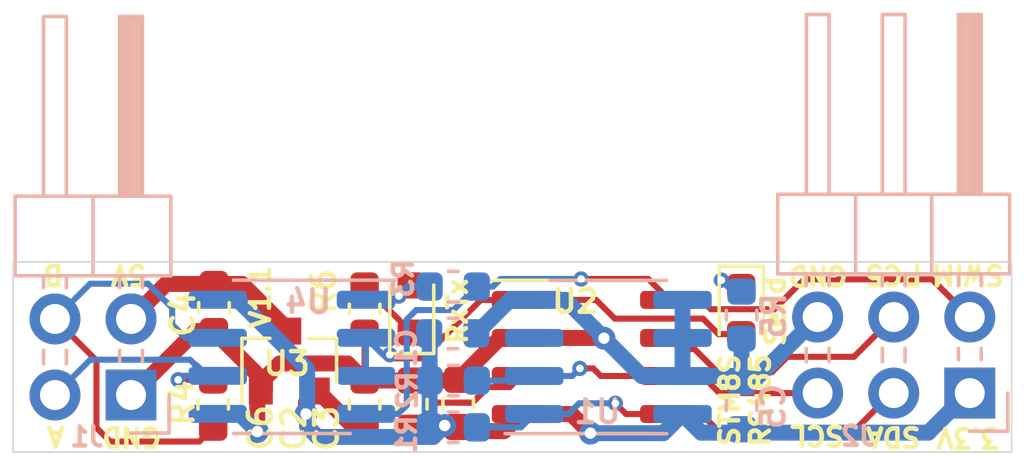
<source format=kicad_pcb>
(kicad_pcb (version 20171130) (host pcbnew 5.1.4-e60b266~84~ubuntu16.04.1)

  (general
    (thickness 1.6)
    (drawings 16)
    (tracks 203)
    (zones 0)
    (modules 20)
    (nets 15)
  )

  (page A4)
  (layers
    (0 F.Cu signal)
    (31 B.Cu signal)
    (32 B.Adhes user)
    (33 F.Adhes user)
    (34 B.Paste user)
    (35 F.Paste user)
    (36 B.SilkS user)
    (37 F.SilkS user)
    (38 B.Mask user)
    (39 F.Mask user hide)
    (40 Dwgs.User user)
    (41 Cmts.User user)
    (42 Eco1.User user)
    (43 Eco2.User user)
    (44 Edge.Cuts user)
    (45 Margin user)
    (46 B.CrtYd user)
    (47 F.CrtYd user)
    (48 B.Fab user hide)
    (49 F.Fab user hide)
  )

  (setup
    (last_trace_width 0.2032)
    (trace_clearance 0.2032)
    (zone_clearance 0.508)
    (zone_45_only no)
    (trace_min 0.1524)
    (via_size 0.508)
    (via_drill 0.254)
    (via_min_size 0.508)
    (via_min_drill 0.254)
    (uvia_size 0.3)
    (uvia_drill 0.1)
    (uvias_allowed no)
    (uvia_min_size 0.2)
    (uvia_min_drill 0.1)
    (edge_width 0.05)
    (segment_width 0.2)
    (pcb_text_width 0.3)
    (pcb_text_size 1.5 1.5)
    (mod_edge_width 0.12)
    (mod_text_size 1 1)
    (mod_text_width 0.15)
    (pad_size 1.524 1.524)
    (pad_drill 0.762)
    (pad_to_mask_clearance 0.051)
    (solder_mask_min_width 0.25)
    (aux_axis_origin 0 0)
    (visible_elements FFFFFFFF)
    (pcbplotparams
      (layerselection 0x010fc_ffffffff)
      (usegerberextensions false)
      (usegerberattributes false)
      (usegerberadvancedattributes false)
      (creategerberjobfile false)
      (excludeedgelayer true)
      (linewidth 0.100000)
      (plotframeref false)
      (viasonmask false)
      (mode 1)
      (useauxorigin false)
      (hpglpennumber 1)
      (hpglpenspeed 20)
      (hpglpendiameter 15.000000)
      (psnegative false)
      (psa4output false)
      (plotreference true)
      (plotvalue true)
      (plotinvisibletext false)
      (padsonsilk false)
      (subtractmaskfromsilk false)
      (outputformat 1)
      (mirror false)
      (drillshape 1)
      (scaleselection 1)
      (outputdirectory ""))
  )

  (net 0 "")
  (net 1 +3V3)
  (net 2 GND)
  (net 3 "Net-(C2-Pad2)")
  (net 4 +5V)
  (net 5 /SDA)
  (net 6 /SCL)
  (net 7 /SWIM.TX)
  (net 8 /DIR.RX)
  (net 9 /A)
  (net 10 /B)
  (net 11 /PC5)
  (net 12 "Net-(D1-Pad1)")
  (net 13 "Net-(D2-Pad1)")
  (net 14 "Net-(D2-Pad2)")

  (net_class Default "This is the default net class."
    (clearance 0.2032)
    (trace_width 0.2032)
    (via_dia 0.508)
    (via_drill 0.254)
    (uvia_dia 0.3)
    (uvia_drill 0.1)
    (add_net /A)
    (add_net /B)
    (add_net /DIR.RX)
    (add_net /PC5)
    (add_net /SCL)
    (add_net /SDA)
    (add_net /SWIM.TX)
    (add_net "Net-(C2-Pad2)")
    (add_net "Net-(D1-Pad1)")
    (add_net "Net-(D2-Pad1)")
    (add_net "Net-(D2-Pad2)")
  )

  (net_class Power ""
    (clearance 0.2032)
    (trace_width 0.5334)
    (via_dia 0.762)
    (via_drill 0.381)
    (uvia_dia 0.3)
    (uvia_drill 0.1)
    (add_net +3V3)
    (add_net +5V)
    (add_net GND)
  )

  (module Package_SO:SOIC-8_3.9x4.9mm_P1.27mm (layer B.Cu) (tedit 5C97300E) (tstamp 5D6977FF)
    (at 154.46652 86.35492 180)
    (descr "SOIC, 8 Pin (JEDEC MS-012AA, https://www.analog.com/media/en/package-pcb-resources/package/pkg_pdf/soic_narrow-r/r_8.pdf), generated with kicad-footprint-generator ipc_gullwing_generator.py")
    (tags "SOIC SO")
    (path /5D62D5CA)
    (attr smd)
    (fp_text reference U4 (at -0.5446 1.8415) (layer B.SilkS)
      (effects (font (size 0.762 0.762) (thickness 0.15)) (justify mirror))
    )
    (fp_text value SP3485CN (at 0 -3.4) (layer B.Fab)
      (effects (font (size 1 1) (thickness 0.15)) (justify mirror))
    )
    (fp_text user %R (at 0 0) (layer B.Fab)
      (effects (font (size 0.98 0.98) (thickness 0.15)) (justify mirror))
    )
    (fp_line (start 3.7 2.7) (end -3.7 2.7) (layer B.CrtYd) (width 0.05))
    (fp_line (start 3.7 -2.7) (end 3.7 2.7) (layer B.CrtYd) (width 0.05))
    (fp_line (start -3.7 -2.7) (end 3.7 -2.7) (layer B.CrtYd) (width 0.05))
    (fp_line (start -3.7 2.7) (end -3.7 -2.7) (layer B.CrtYd) (width 0.05))
    (fp_line (start -1.95 1.475) (end -0.975 2.45) (layer B.Fab) (width 0.1))
    (fp_line (start -1.95 -2.45) (end -1.95 1.475) (layer B.Fab) (width 0.1))
    (fp_line (start 1.95 -2.45) (end -1.95 -2.45) (layer B.Fab) (width 0.1))
    (fp_line (start 1.95 2.45) (end 1.95 -2.45) (layer B.Fab) (width 0.1))
    (fp_line (start -0.975 2.45) (end 1.95 2.45) (layer B.Fab) (width 0.1))
    (fp_line (start 0 2.56) (end -3.45 2.56) (layer B.SilkS) (width 0.12))
    (fp_line (start 0 2.56) (end 1.95 2.56) (layer B.SilkS) (width 0.12))
    (fp_line (start 0 -2.56) (end -1.95 -2.56) (layer B.SilkS) (width 0.12))
    (fp_line (start 0 -2.56) (end 1.95 -2.56) (layer B.SilkS) (width 0.12))
    (pad 8 smd roundrect (at 2.475 1.905 180) (size 1.95 0.6) (layers B.Cu B.Paste B.Mask) (roundrect_rratio 0.25)
      (net 1 +3V3))
    (pad 7 smd roundrect (at 2.475 0.635 180) (size 1.95 0.6) (layers B.Cu B.Paste B.Mask) (roundrect_rratio 0.25)
      (net 10 /B))
    (pad 6 smd roundrect (at 2.475 -0.635 180) (size 1.95 0.6) (layers B.Cu B.Paste B.Mask) (roundrect_rratio 0.25)
      (net 9 /A))
    (pad 5 smd roundrect (at 2.475 -1.905 180) (size 1.95 0.6) (layers B.Cu B.Paste B.Mask) (roundrect_rratio 0.25)
      (net 2 GND))
    (pad 4 smd roundrect (at -2.475 -1.905 180) (size 1.95 0.6) (layers B.Cu B.Paste B.Mask) (roundrect_rratio 0.25)
      (net 7 /SWIM.TX))
    (pad 3 smd roundrect (at -2.475 -0.635 180) (size 1.95 0.6) (layers B.Cu B.Paste B.Mask) (roundrect_rratio 0.25)
      (net 8 /DIR.RX))
    (pad 2 smd roundrect (at -2.475 0.635 180) (size 1.95 0.6) (layers B.Cu B.Paste B.Mask) (roundrect_rratio 0.25)
      (net 8 /DIR.RX))
    (pad 1 smd roundrect (at -2.475 1.905 180) (size 1.95 0.6) (layers B.Cu B.Paste B.Mask) (roundrect_rratio 0.25)
      (net 14 "Net-(D2-Pad2)"))
    (model ${KISYS3DMOD}/Package_SO.3dshapes/SOIC-8_3.9x4.9mm_P1.27mm.wrl
      (at (xyz 0 0 0))
      (scale (xyz 1 1 1))
      (rotate (xyz 0 0 0))
    )
  )

  (module Capacitor_SMD:C_0603_1608Metric (layer F.Cu) (tedit 5B301BBE) (tstamp 5D9D65C6)
    (at 158.4706 87.9347 270)
    (descr "Capacitor SMD 0603 (1608 Metric), square (rectangular) end terminal, IPC_7351 nominal, (Body size source: http://www.tortai-tech.com/upload/download/2011102023233369053.pdf), generated with kicad-footprint-generator")
    (tags capacitor)
    (path /5D6268DD)
    (attr smd)
    (fp_text reference C2 (at 0.8129 3.937 270) (layer F.SilkS)
      (effects (font (size 0.762 0.762) (thickness 0.15)))
    )
    (fp_text value 1µF (at 0 1.43 90) (layer F.Fab)
      (effects (font (size 1 1) (thickness 0.15)))
    )
    (fp_text user %R (at 0 0 90) (layer F.Fab)
      (effects (font (size 0.4 0.4) (thickness 0.06)))
    )
    (fp_line (start 1.48 0.73) (end -1.48 0.73) (layer F.CrtYd) (width 0.05))
    (fp_line (start 1.48 -0.73) (end 1.48 0.73) (layer F.CrtYd) (width 0.05))
    (fp_line (start -1.48 -0.73) (end 1.48 -0.73) (layer F.CrtYd) (width 0.05))
    (fp_line (start -1.48 0.73) (end -1.48 -0.73) (layer F.CrtYd) (width 0.05))
    (fp_line (start -0.162779 0.51) (end 0.162779 0.51) (layer F.SilkS) (width 0.12))
    (fp_line (start -0.162779 -0.51) (end 0.162779 -0.51) (layer F.SilkS) (width 0.12))
    (fp_line (start 0.8 0.4) (end -0.8 0.4) (layer F.Fab) (width 0.1))
    (fp_line (start 0.8 -0.4) (end 0.8 0.4) (layer F.Fab) (width 0.1))
    (fp_line (start -0.8 -0.4) (end 0.8 -0.4) (layer F.Fab) (width 0.1))
    (fp_line (start -0.8 0.4) (end -0.8 -0.4) (layer F.Fab) (width 0.1))
    (pad 2 smd roundrect (at 0.7875 0 270) (size 0.875 0.95) (layers F.Cu F.Paste F.Mask) (roundrect_rratio 0.25)
      (net 3 "Net-(C2-Pad2)"))
    (pad 1 smd roundrect (at -0.7875 0 270) (size 0.875 0.95) (layers F.Cu F.Paste F.Mask) (roundrect_rratio 0.25)
      (net 2 GND))
    (model ${KISYS3DMOD}/Capacitor_SMD.3dshapes/C_0603_1608Metric.wrl
      (at (xyz 0 0 0))
      (scale (xyz 1 1 1))
      (rotate (xyz 0 0 0))
    )
  )

  (module Package_SO:SOIC-8_3.9x4.9mm_P1.27mm (layer B.Cu) (tedit 5C97300E) (tstamp 5D699E82)
    (at 165.035 86.36)
    (descr "SOIC, 8 Pin (JEDEC MS-012AA, https://www.analog.com/media/en/package-pcb-resources/package/pkg_pdf/soic_narrow-r/r_8.pdf), generated with kicad-footprint-generator ipc_gullwing_generator.py")
    (tags "SOIC SO")
    (path /5D664B0F)
    (attr smd)
    (fp_text reference U1 (at -0.3668 1.8288 180) (layer B.SilkS)
      (effects (font (size 0.762 0.762) (thickness 0.15)) (justify mirror))
    )
    (fp_text value DS1621S (at 0 -3.4) (layer B.Fab)
      (effects (font (size 1 1) (thickness 0.15)) (justify mirror))
    )
    (fp_line (start 0 -2.56) (end 1.95 -2.56) (layer B.SilkS) (width 0.12))
    (fp_line (start 0 -2.56) (end -1.95 -2.56) (layer B.SilkS) (width 0.12))
    (fp_line (start 0 2.56) (end 1.95 2.56) (layer B.SilkS) (width 0.12))
    (fp_line (start 0 2.56) (end -3.45 2.56) (layer B.SilkS) (width 0.12))
    (fp_line (start -0.975 2.45) (end 1.95 2.45) (layer B.Fab) (width 0.1))
    (fp_line (start 1.95 2.45) (end 1.95 -2.45) (layer B.Fab) (width 0.1))
    (fp_line (start 1.95 -2.45) (end -1.95 -2.45) (layer B.Fab) (width 0.1))
    (fp_line (start -1.95 -2.45) (end -1.95 1.475) (layer B.Fab) (width 0.1))
    (fp_line (start -1.95 1.475) (end -0.975 2.45) (layer B.Fab) (width 0.1))
    (fp_line (start -3.7 2.7) (end -3.7 -2.7) (layer B.CrtYd) (width 0.05))
    (fp_line (start -3.7 -2.7) (end 3.7 -2.7) (layer B.CrtYd) (width 0.05))
    (fp_line (start 3.7 -2.7) (end 3.7 2.7) (layer B.CrtYd) (width 0.05))
    (fp_line (start 3.7 2.7) (end -3.7 2.7) (layer B.CrtYd) (width 0.05))
    (fp_text user %R (at 0 0) (layer B.Fab)
      (effects (font (size 0.98 0.98) (thickness 0.15)) (justify mirror))
    )
    (pad 1 smd roundrect (at -2.475 1.905) (size 1.95 0.6) (layers B.Cu B.Paste B.Mask) (roundrect_rratio 0.25)
      (net 5 /SDA))
    (pad 2 smd roundrect (at -2.475 0.635) (size 1.95 0.6) (layers B.Cu B.Paste B.Mask) (roundrect_rratio 0.25)
      (net 6 /SCL))
    (pad 3 smd roundrect (at -2.475 -0.635) (size 1.95 0.6) (layers B.Cu B.Paste B.Mask) (roundrect_rratio 0.25))
    (pad 4 smd roundrect (at -2.475 -1.905) (size 1.95 0.6) (layers B.Cu B.Paste B.Mask) (roundrect_rratio 0.25)
      (net 2 GND))
    (pad 5 smd roundrect (at 2.475 -1.905) (size 1.95 0.6) (layers B.Cu B.Paste B.Mask) (roundrect_rratio 0.25)
      (net 2 GND))
    (pad 6 smd roundrect (at 2.475 -0.635) (size 1.95 0.6) (layers B.Cu B.Paste B.Mask) (roundrect_rratio 0.25)
      (net 2 GND))
    (pad 7 smd roundrect (at 2.475 0.635) (size 1.95 0.6) (layers B.Cu B.Paste B.Mask) (roundrect_rratio 0.25)
      (net 2 GND))
    (pad 8 smd roundrect (at 2.475 1.905) (size 1.95 0.6) (layers B.Cu B.Paste B.Mask) (roundrect_rratio 0.25)
      (net 1 +3V3))
    (model ${KISYS3DMOD}/Package_SO.3dshapes/SOIC-8_3.9x4.9mm_P1.27mm.wrl
      (at (xyz 0 0 0))
      (scale (xyz 1 1 1))
      (rotate (xyz 0 0 0))
    )
  )

  (module Resistor_SMD:R_0603_1608Metric (layer F.Cu) (tedit 5B301BBD) (tstamp 5D699660)
    (at 156.8958 84.7599 270)
    (descr "Resistor SMD 0603 (1608 Metric), square (rectangular) end terminal, IPC_7351 nominal, (Body size source: http://www.tortai-tech.com/upload/download/2011102023233369053.pdf), generated with kicad-footprint-generator")
    (tags resistor)
    (path /5D6953AE)
    (attr smd)
    (fp_text reference R6 (at -0.5843 1.3716 270) (layer F.SilkS)
      (effects (font (size 0.762 0.762) (thickness 0.15)))
    )
    (fp_text value 4k7 (at 0 1.43 90) (layer F.Fab)
      (effects (font (size 1 1) (thickness 0.15)))
    )
    (fp_text user %R (at 0 0 90) (layer F.Fab)
      (effects (font (size 0.4 0.4) (thickness 0.06)))
    )
    (fp_line (start 1.48 0.73) (end -1.48 0.73) (layer F.CrtYd) (width 0.05))
    (fp_line (start 1.48 -0.73) (end 1.48 0.73) (layer F.CrtYd) (width 0.05))
    (fp_line (start -1.48 -0.73) (end 1.48 -0.73) (layer F.CrtYd) (width 0.05))
    (fp_line (start -1.48 0.73) (end -1.48 -0.73) (layer F.CrtYd) (width 0.05))
    (fp_line (start -0.162779 0.51) (end 0.162779 0.51) (layer F.SilkS) (width 0.12))
    (fp_line (start -0.162779 -0.51) (end 0.162779 -0.51) (layer F.SilkS) (width 0.12))
    (fp_line (start 0.8 0.4) (end -0.8 0.4) (layer F.Fab) (width 0.1))
    (fp_line (start 0.8 -0.4) (end 0.8 0.4) (layer F.Fab) (width 0.1))
    (fp_line (start -0.8 -0.4) (end 0.8 -0.4) (layer F.Fab) (width 0.1))
    (fp_line (start -0.8 0.4) (end -0.8 -0.4) (layer F.Fab) (width 0.1))
    (pad 2 smd roundrect (at 0.7875 0 270) (size 0.875 0.95) (layers F.Cu F.Paste F.Mask) (roundrect_rratio 0.25)
      (net 2 GND))
    (pad 1 smd roundrect (at -0.7875 0 270) (size 0.875 0.95) (layers F.Cu F.Paste F.Mask) (roundrect_rratio 0.25)
      (net 13 "Net-(D2-Pad1)"))
    (model ${KISYS3DMOD}/Resistor_SMD.3dshapes/R_0603_1608Metric.wrl
      (at (xyz 0 0 0))
      (scale (xyz 1 1 1))
      (rotate (xyz 0 0 0))
    )
  )

  (module LED_SMD:LED_0603_1608Metric (layer F.Cu) (tedit 5B301BBE) (tstamp 5D66E8CA)
    (at 158.4706 84.7599 90)
    (descr "LED SMD 0603 (1608 Metric), square (rectangular) end terminal, IPC_7351 nominal, (Body size source: http://www.tortai-tech.com/upload/download/2011102023233369053.pdf), generated with kicad-footprint-generator")
    (tags diode)
    (path /5D695653)
    (attr smd)
    (fp_text reference RxTx (at -0.0761 1.524 90) (layer F.SilkS)
      (effects (font (size 0.635 0.635) (thickness 0.15)))
    )
    (fp_text value "LED green" (at 0 1.43 90) (layer F.Fab)
      (effects (font (size 1 1) (thickness 0.15)))
    )
    (fp_line (start 0.8 -0.4) (end -0.5 -0.4) (layer F.Fab) (width 0.1))
    (fp_line (start -0.5 -0.4) (end -0.8 -0.1) (layer F.Fab) (width 0.1))
    (fp_line (start -0.8 -0.1) (end -0.8 0.4) (layer F.Fab) (width 0.1))
    (fp_line (start -0.8 0.4) (end 0.8 0.4) (layer F.Fab) (width 0.1))
    (fp_line (start 0.8 0.4) (end 0.8 -0.4) (layer F.Fab) (width 0.1))
    (fp_line (start 0.8 -0.735) (end -1.485 -0.735) (layer F.SilkS) (width 0.12))
    (fp_line (start -1.485 -0.735) (end -1.485 0.735) (layer F.SilkS) (width 0.12))
    (fp_line (start -1.485 0.735) (end 0.8 0.735) (layer F.SilkS) (width 0.12))
    (fp_line (start -1.48 0.73) (end -1.48 -0.73) (layer F.CrtYd) (width 0.05))
    (fp_line (start -1.48 -0.73) (end 1.48 -0.73) (layer F.CrtYd) (width 0.05))
    (fp_line (start 1.48 -0.73) (end 1.48 0.73) (layer F.CrtYd) (width 0.05))
    (fp_line (start 1.48 0.73) (end -1.48 0.73) (layer F.CrtYd) (width 0.05))
    (fp_text user %R (at 0 0 90) (layer F.Fab)
      (effects (font (size 0.4 0.4) (thickness 0.06)))
    )
    (pad 1 smd roundrect (at -0.7875 0 90) (size 0.875 0.95) (layers F.Cu F.Paste F.Mask) (roundrect_rratio 0.25)
      (net 13 "Net-(D2-Pad1)"))
    (pad 2 smd roundrect (at 0.7875 0 90) (size 0.875 0.95) (layers F.Cu F.Paste F.Mask) (roundrect_rratio 0.25)
      (net 14 "Net-(D2-Pad2)"))
    (model ${KISYS3DMOD}/LED_SMD.3dshapes/LED_0603_1608Metric.wrl
      (at (xyz 0 0 0))
      (scale (xyz 1 1 1))
      (rotate (xyz 0 0 0))
    )
  )

  (module Capacitor_SMD:C_0603_1608Metric (layer B.Cu) (tedit 5B301BBE) (tstamp 5D69747F)
    (at 169.4815 87.9855 270)
    (descr "Capacitor SMD 0603 (1608 Metric), square (rectangular) end terminal, IPC_7351 nominal, (Body size source: http://www.tortai-tech.com/upload/download/2011102023233369053.pdf), generated with kicad-footprint-generator")
    (tags capacitor)
    (path /5D681791)
    (attr smd)
    (fp_text reference C5 (at 0.0255 -1.0541 90) (layer B.SilkS)
      (effects (font (size 0.762 0.762) (thickness 0.15)) (justify mirror))
    )
    (fp_text value 100nF (at 0 -1.43 90) (layer B.Fab)
      (effects (font (size 1 1) (thickness 0.15)) (justify mirror))
    )
    (fp_text user %R (at 0 0 90) (layer B.Fab)
      (effects (font (size 0.4 0.4) (thickness 0.06)) (justify mirror))
    )
    (fp_line (start 1.48 -0.73) (end -1.48 -0.73) (layer B.CrtYd) (width 0.05))
    (fp_line (start 1.48 0.73) (end 1.48 -0.73) (layer B.CrtYd) (width 0.05))
    (fp_line (start -1.48 0.73) (end 1.48 0.73) (layer B.CrtYd) (width 0.05))
    (fp_line (start -1.48 -0.73) (end -1.48 0.73) (layer B.CrtYd) (width 0.05))
    (fp_line (start -0.162779 -0.51) (end 0.162779 -0.51) (layer B.SilkS) (width 0.12))
    (fp_line (start -0.162779 0.51) (end 0.162779 0.51) (layer B.SilkS) (width 0.12))
    (fp_line (start 0.8 -0.4) (end -0.8 -0.4) (layer B.Fab) (width 0.1))
    (fp_line (start 0.8 0.4) (end 0.8 -0.4) (layer B.Fab) (width 0.1))
    (fp_line (start -0.8 0.4) (end 0.8 0.4) (layer B.Fab) (width 0.1))
    (fp_line (start -0.8 -0.4) (end -0.8 0.4) (layer B.Fab) (width 0.1))
    (pad 2 smd roundrect (at 0.7875 0 270) (size 0.875 0.95) (layers B.Cu B.Paste B.Mask) (roundrect_rratio 0.25)
      (net 1 +3V3))
    (pad 1 smd roundrect (at -0.7875 0 270) (size 0.875 0.95) (layers B.Cu B.Paste B.Mask) (roundrect_rratio 0.25)
      (net 2 GND))
    (model ${KISYS3DMOD}/Capacitor_SMD.3dshapes/C_0603_1608Metric.wrl
      (at (xyz 0 0 0))
      (scale (xyz 1 1 1))
      (rotate (xyz 0 0 0))
    )
  )

  (module Resistor_SMD:R_0603_1608Metric (layer B.Cu) (tedit 5B301BBD) (tstamp 5D660948)
    (at 169.4815 84.963 270)
    (descr "Resistor SMD 0603 (1608 Metric), square (rectangular) end terminal, IPC_7351 nominal, (Body size source: http://www.tortai-tech.com/upload/download/2011102023233369053.pdf), generated with kicad-footprint-generator")
    (tags resistor)
    (path /5D66386C)
    (attr smd)
    (fp_text reference R5 (at 0.0254 -1.0795 270) (layer B.SilkS)
      (effects (font (size 0.762 0.762) (thickness 0.15)) (justify mirror))
    )
    (fp_text value 4k7 (at 0 -1.43 270) (layer B.Fab)
      (effects (font (size 1 1) (thickness 0.15)) (justify mirror))
    )
    (fp_text user %R (at 0 0 270) (layer B.Fab)
      (effects (font (size 0.4 0.4) (thickness 0.06)) (justify mirror))
    )
    (fp_line (start 1.48 -0.73) (end -1.48 -0.73) (layer B.CrtYd) (width 0.05))
    (fp_line (start 1.48 0.73) (end 1.48 -0.73) (layer B.CrtYd) (width 0.05))
    (fp_line (start -1.48 0.73) (end 1.48 0.73) (layer B.CrtYd) (width 0.05))
    (fp_line (start -1.48 -0.73) (end -1.48 0.73) (layer B.CrtYd) (width 0.05))
    (fp_line (start -0.162779 -0.51) (end 0.162779 -0.51) (layer B.SilkS) (width 0.12))
    (fp_line (start -0.162779 0.51) (end 0.162779 0.51) (layer B.SilkS) (width 0.12))
    (fp_line (start 0.8 -0.4) (end -0.8 -0.4) (layer B.Fab) (width 0.1))
    (fp_line (start 0.8 0.4) (end 0.8 -0.4) (layer B.Fab) (width 0.1))
    (fp_line (start -0.8 0.4) (end 0.8 0.4) (layer B.Fab) (width 0.1))
    (fp_line (start -0.8 -0.4) (end -0.8 0.4) (layer B.Fab) (width 0.1))
    (pad 2 smd roundrect (at 0.7875 0 270) (size 0.875 0.95) (layers B.Cu B.Paste B.Mask) (roundrect_rratio 0.25)
      (net 2 GND))
    (pad 1 smd roundrect (at -0.7875 0 270) (size 0.875 0.95) (layers B.Cu B.Paste B.Mask) (roundrect_rratio 0.25)
      (net 12 "Net-(D1-Pad1)"))
    (model ${KISYS3DMOD}/Resistor_SMD.3dshapes/R_0603_1608Metric.wrl
      (at (xyz 0 0 0))
      (scale (xyz 1 1 1))
      (rotate (xyz 0 0 0))
    )
  )

  (module LED_SMD:LED_0603_1608Metric (layer F.Cu) (tedit 5B301BBE) (tstamp 5DA0F3A9)
    (at 169.4688 84.8106 270)
    (descr "LED SMD 0603 (1608 Metric), square (rectangular) end terminal, IPC_7351 nominal, (Body size source: http://www.tortai-tech.com/upload/download/2011102023233369053.pdf), generated with kicad-footprint-generator")
    (tags diode)
    (path /5D66205C)
    (attr smd)
    (fp_text reference Send (at 0.0254 -1.143 90) (layer F.SilkS)
      (effects (font (size 0.635 0.635) (thickness 0.15)))
    )
    (fp_text value "LED red" (at 0 1.43 90) (layer F.Fab)
      (effects (font (size 1 1) (thickness 0.15)))
    )
    (fp_text user %R (at 0 0 90) (layer F.Fab)
      (effects (font (size 0.4 0.4) (thickness 0.06)))
    )
    (fp_line (start 1.48 0.73) (end -1.48 0.73) (layer F.CrtYd) (width 0.05))
    (fp_line (start 1.48 -0.73) (end 1.48 0.73) (layer F.CrtYd) (width 0.05))
    (fp_line (start -1.48 -0.73) (end 1.48 -0.73) (layer F.CrtYd) (width 0.05))
    (fp_line (start -1.48 0.73) (end -1.48 -0.73) (layer F.CrtYd) (width 0.05))
    (fp_line (start -1.485 0.735) (end 0.8 0.735) (layer F.SilkS) (width 0.12))
    (fp_line (start -1.485 -0.735) (end -1.485 0.735) (layer F.SilkS) (width 0.12))
    (fp_line (start 0.8 -0.735) (end -1.485 -0.735) (layer F.SilkS) (width 0.12))
    (fp_line (start 0.8 0.4) (end 0.8 -0.4) (layer F.Fab) (width 0.1))
    (fp_line (start -0.8 0.4) (end 0.8 0.4) (layer F.Fab) (width 0.1))
    (fp_line (start -0.8 -0.1) (end -0.8 0.4) (layer F.Fab) (width 0.1))
    (fp_line (start -0.5 -0.4) (end -0.8 -0.1) (layer F.Fab) (width 0.1))
    (fp_line (start 0.8 -0.4) (end -0.5 -0.4) (layer F.Fab) (width 0.1))
    (pad 2 smd roundrect (at 0.7875 0 270) (size 0.875 0.95) (layers F.Cu F.Paste F.Mask) (roundrect_rratio 0.25)
      (net 8 /DIR.RX))
    (pad 1 smd roundrect (at -0.7875 0 270) (size 0.875 0.95) (layers F.Cu F.Paste F.Mask) (roundrect_rratio 0.25)
      (net 12 "Net-(D1-Pad1)"))
    (model ${KISYS3DMOD}/LED_SMD.3dshapes/LED_0603_1608Metric.wrl
      (at (xyz 0 0 0))
      (scale (xyz 1 1 1))
      (rotate (xyz 0 0 0))
    )
  )

  (module Connector_PinHeader_2.54mm:PinHeader_2x03_P2.54mm_Horizontal (layer B.Cu) (tedit 59FED5CB) (tstamp 5D659CD9)
    (at 177.1015 87.5665 90)
    (descr "Through hole angled pin header, 2x03, 2.54mm pitch, 6mm pin length, double rows")
    (tags "Through hole angled pin header THT 2x03 2.54mm double row")
    (path /5D65F106)
    (fp_text reference J2 (at -1.4351 -3.7465) (layer B.SilkS)
      (effects (font (size 0.635 0.635) (thickness 0.15)) (justify mirror))
    )
    (fp_text value Conn_02x03_Counter_Clockwise (at 5.655 -7.35 90) (layer B.Fab)
      (effects (font (size 1 1) (thickness 0.15)) (justify mirror))
    )
    (fp_text user %R (at 5.31 -2.54 180) (layer B.Fab)
      (effects (font (size 1 1) (thickness 0.15)) (justify mirror))
    )
    (fp_line (start 13.1 1.8) (end -1.8 1.8) (layer B.CrtYd) (width 0.05))
    (fp_line (start 13.1 -6.85) (end 13.1 1.8) (layer B.CrtYd) (width 0.05))
    (fp_line (start -1.8 -6.85) (end 13.1 -6.85) (layer B.CrtYd) (width 0.05))
    (fp_line (start -1.8 1.8) (end -1.8 -6.85) (layer B.CrtYd) (width 0.05))
    (fp_line (start -1.27 1.27) (end 0 1.27) (layer B.SilkS) (width 0.12))
    (fp_line (start -1.27 0) (end -1.27 1.27) (layer B.SilkS) (width 0.12))
    (fp_line (start 1.042929 -5.46) (end 1.497071 -5.46) (layer B.SilkS) (width 0.12))
    (fp_line (start 1.042929 -4.7) (end 1.497071 -4.7) (layer B.SilkS) (width 0.12))
    (fp_line (start 3.582929 -5.46) (end 3.98 -5.46) (layer B.SilkS) (width 0.12))
    (fp_line (start 3.582929 -4.7) (end 3.98 -4.7) (layer B.SilkS) (width 0.12))
    (fp_line (start 12.64 -5.46) (end 6.64 -5.46) (layer B.SilkS) (width 0.12))
    (fp_line (start 12.64 -4.7) (end 12.64 -5.46) (layer B.SilkS) (width 0.12))
    (fp_line (start 6.64 -4.7) (end 12.64 -4.7) (layer B.SilkS) (width 0.12))
    (fp_line (start 3.98 -3.81) (end 6.64 -3.81) (layer B.SilkS) (width 0.12))
    (fp_line (start 1.042929 -2.92) (end 1.497071 -2.92) (layer B.SilkS) (width 0.12))
    (fp_line (start 1.042929 -2.16) (end 1.497071 -2.16) (layer B.SilkS) (width 0.12))
    (fp_line (start 3.582929 -2.92) (end 3.98 -2.92) (layer B.SilkS) (width 0.12))
    (fp_line (start 3.582929 -2.16) (end 3.98 -2.16) (layer B.SilkS) (width 0.12))
    (fp_line (start 12.64 -2.92) (end 6.64 -2.92) (layer B.SilkS) (width 0.12))
    (fp_line (start 12.64 -2.16) (end 12.64 -2.92) (layer B.SilkS) (width 0.12))
    (fp_line (start 6.64 -2.16) (end 12.64 -2.16) (layer B.SilkS) (width 0.12))
    (fp_line (start 3.98 -1.27) (end 6.64 -1.27) (layer B.SilkS) (width 0.12))
    (fp_line (start 1.11 -0.38) (end 1.497071 -0.38) (layer B.SilkS) (width 0.12))
    (fp_line (start 1.11 0.38) (end 1.497071 0.38) (layer B.SilkS) (width 0.12))
    (fp_line (start 3.582929 -0.38) (end 3.98 -0.38) (layer B.SilkS) (width 0.12))
    (fp_line (start 3.582929 0.38) (end 3.98 0.38) (layer B.SilkS) (width 0.12))
    (fp_line (start 6.64 -0.28) (end 12.64 -0.28) (layer B.SilkS) (width 0.12))
    (fp_line (start 6.64 -0.16) (end 12.64 -0.16) (layer B.SilkS) (width 0.12))
    (fp_line (start 6.64 -0.04) (end 12.64 -0.04) (layer B.SilkS) (width 0.12))
    (fp_line (start 6.64 0.08) (end 12.64 0.08) (layer B.SilkS) (width 0.12))
    (fp_line (start 6.64 0.2) (end 12.64 0.2) (layer B.SilkS) (width 0.12))
    (fp_line (start 6.64 0.32) (end 12.64 0.32) (layer B.SilkS) (width 0.12))
    (fp_line (start 12.64 -0.38) (end 6.64 -0.38) (layer B.SilkS) (width 0.12))
    (fp_line (start 12.64 0.38) (end 12.64 -0.38) (layer B.SilkS) (width 0.12))
    (fp_line (start 6.64 0.38) (end 12.64 0.38) (layer B.SilkS) (width 0.12))
    (fp_line (start 6.64 1.33) (end 3.98 1.33) (layer B.SilkS) (width 0.12))
    (fp_line (start 6.64 -6.41) (end 6.64 1.33) (layer B.SilkS) (width 0.12))
    (fp_line (start 3.98 -6.41) (end 6.64 -6.41) (layer B.SilkS) (width 0.12))
    (fp_line (start 3.98 1.33) (end 3.98 -6.41) (layer B.SilkS) (width 0.12))
    (fp_line (start 6.58 -5.4) (end 12.58 -5.4) (layer B.Fab) (width 0.1))
    (fp_line (start 12.58 -4.76) (end 12.58 -5.4) (layer B.Fab) (width 0.1))
    (fp_line (start 6.58 -4.76) (end 12.58 -4.76) (layer B.Fab) (width 0.1))
    (fp_line (start -0.32 -5.4) (end 4.04 -5.4) (layer B.Fab) (width 0.1))
    (fp_line (start -0.32 -4.76) (end -0.32 -5.4) (layer B.Fab) (width 0.1))
    (fp_line (start -0.32 -4.76) (end 4.04 -4.76) (layer B.Fab) (width 0.1))
    (fp_line (start 6.58 -2.86) (end 12.58 -2.86) (layer B.Fab) (width 0.1))
    (fp_line (start 12.58 -2.22) (end 12.58 -2.86) (layer B.Fab) (width 0.1))
    (fp_line (start 6.58 -2.22) (end 12.58 -2.22) (layer B.Fab) (width 0.1))
    (fp_line (start -0.32 -2.86) (end 4.04 -2.86) (layer B.Fab) (width 0.1))
    (fp_line (start -0.32 -2.22) (end -0.32 -2.86) (layer B.Fab) (width 0.1))
    (fp_line (start -0.32 -2.22) (end 4.04 -2.22) (layer B.Fab) (width 0.1))
    (fp_line (start 6.58 -0.32) (end 12.58 -0.32) (layer B.Fab) (width 0.1))
    (fp_line (start 12.58 0.32) (end 12.58 -0.32) (layer B.Fab) (width 0.1))
    (fp_line (start 6.58 0.32) (end 12.58 0.32) (layer B.Fab) (width 0.1))
    (fp_line (start -0.32 -0.32) (end 4.04 -0.32) (layer B.Fab) (width 0.1))
    (fp_line (start -0.32 0.32) (end -0.32 -0.32) (layer B.Fab) (width 0.1))
    (fp_line (start -0.32 0.32) (end 4.04 0.32) (layer B.Fab) (width 0.1))
    (fp_line (start 4.04 0.635) (end 4.675 1.27) (layer B.Fab) (width 0.1))
    (fp_line (start 4.04 -6.35) (end 4.04 0.635) (layer B.Fab) (width 0.1))
    (fp_line (start 6.58 -6.35) (end 4.04 -6.35) (layer B.Fab) (width 0.1))
    (fp_line (start 6.58 1.27) (end 6.58 -6.35) (layer B.Fab) (width 0.1))
    (fp_line (start 4.675 1.27) (end 6.58 1.27) (layer B.Fab) (width 0.1))
    (pad 6 thru_hole oval (at 2.54 -5.08 90) (size 1.7 1.7) (drill 1) (layers *.Cu *.Mask)
      (net 2 GND))
    (pad 5 thru_hole oval (at 0 -5.08 90) (size 1.7 1.7) (drill 1) (layers *.Cu *.Mask)
      (net 6 /SCL))
    (pad 4 thru_hole oval (at 2.54 -2.54 90) (size 1.7 1.7) (drill 1) (layers *.Cu *.Mask)
      (net 11 /PC5))
    (pad 3 thru_hole oval (at 0 -2.54 90) (size 1.7 1.7) (drill 1) (layers *.Cu *.Mask)
      (net 5 /SDA))
    (pad 2 thru_hole oval (at 2.54 0 90) (size 1.7 1.7) (drill 1) (layers *.Cu *.Mask)
      (net 7 /SWIM.TX))
    (pad 1 thru_hole rect (at 0 0 90) (size 1.7 1.7) (drill 1) (layers *.Cu *.Mask)
      (net 1 +3V3))
    (model ${KISYS3DMOD}/Connector_PinHeader_2.54mm.3dshapes/PinHeader_2x03_P2.54mm_Horizontal.wrl
      (at (xyz 0 0 0))
      (scale (xyz 1 1 1))
      (rotate (xyz 0 0 0))
    )
  )

  (module Connector_PinHeader_2.54mm:PinHeader_2x02_P2.54mm_Horizontal (layer B.Cu) (tedit 59FED5CB) (tstamp 5D62EEAC)
    (at 149.098 87.63 90)
    (descr "Through hole angled pin header, 2x02, 2.54mm pitch, 6mm pin length, double rows")
    (tags "Through hole angled pin header THT 2x02 2.54mm double row")
    (path /5D6881F7)
    (fp_text reference J1 (at -1.397 -1.4732 180) (layer B.SilkS)
      (effects (font (size 0.635 0.635) (thickness 0.15)) (justify mirror))
    )
    (fp_text value Conn_02x02_Odd_Even (at 5.655 -4.81 90) (layer B.Fab)
      (effects (font (size 1 1) (thickness 0.15)) (justify mirror))
    )
    (fp_text user %R (at 5.31 -1.27 180) (layer B.Fab)
      (effects (font (size 1 1) (thickness 0.15)) (justify mirror))
    )
    (fp_line (start 13.1 1.8) (end -1.8 1.8) (layer B.CrtYd) (width 0.05))
    (fp_line (start 13.1 -4.35) (end 13.1 1.8) (layer B.CrtYd) (width 0.05))
    (fp_line (start -1.8 -4.35) (end 13.1 -4.35) (layer B.CrtYd) (width 0.05))
    (fp_line (start -1.8 1.8) (end -1.8 -4.35) (layer B.CrtYd) (width 0.05))
    (fp_line (start -1.27 1.27) (end 0 1.27) (layer B.SilkS) (width 0.12))
    (fp_line (start -1.27 0) (end -1.27 1.27) (layer B.SilkS) (width 0.12))
    (fp_line (start 1.042929 -2.92) (end 1.497071 -2.92) (layer B.SilkS) (width 0.12))
    (fp_line (start 1.042929 -2.16) (end 1.497071 -2.16) (layer B.SilkS) (width 0.12))
    (fp_line (start 3.582929 -2.92) (end 3.98 -2.92) (layer B.SilkS) (width 0.12))
    (fp_line (start 3.582929 -2.16) (end 3.98 -2.16) (layer B.SilkS) (width 0.12))
    (fp_line (start 12.64 -2.92) (end 6.64 -2.92) (layer B.SilkS) (width 0.12))
    (fp_line (start 12.64 -2.16) (end 12.64 -2.92) (layer B.SilkS) (width 0.12))
    (fp_line (start 6.64 -2.16) (end 12.64 -2.16) (layer B.SilkS) (width 0.12))
    (fp_line (start 3.98 -1.27) (end 6.64 -1.27) (layer B.SilkS) (width 0.12))
    (fp_line (start 1.11 -0.38) (end 1.497071 -0.38) (layer B.SilkS) (width 0.12))
    (fp_line (start 1.11 0.38) (end 1.497071 0.38) (layer B.SilkS) (width 0.12))
    (fp_line (start 3.582929 -0.38) (end 3.98 -0.38) (layer B.SilkS) (width 0.12))
    (fp_line (start 3.582929 0.38) (end 3.98 0.38) (layer B.SilkS) (width 0.12))
    (fp_line (start 6.64 -0.28) (end 12.64 -0.28) (layer B.SilkS) (width 0.12))
    (fp_line (start 6.64 -0.16) (end 12.64 -0.16) (layer B.SilkS) (width 0.12))
    (fp_line (start 6.64 -0.04) (end 12.64 -0.04) (layer B.SilkS) (width 0.12))
    (fp_line (start 6.64 0.08) (end 12.64 0.08) (layer B.SilkS) (width 0.12))
    (fp_line (start 6.64 0.2) (end 12.64 0.2) (layer B.SilkS) (width 0.12))
    (fp_line (start 6.64 0.32) (end 12.64 0.32) (layer B.SilkS) (width 0.12))
    (fp_line (start 12.64 -0.38) (end 6.64 -0.38) (layer B.SilkS) (width 0.12))
    (fp_line (start 12.64 0.38) (end 12.64 -0.38) (layer B.SilkS) (width 0.12))
    (fp_line (start 6.64 0.38) (end 12.64 0.38) (layer B.SilkS) (width 0.12))
    (fp_line (start 6.64 1.33) (end 3.98 1.33) (layer B.SilkS) (width 0.12))
    (fp_line (start 6.64 -3.87) (end 6.64 1.33) (layer B.SilkS) (width 0.12))
    (fp_line (start 3.98 -3.87) (end 6.64 -3.87) (layer B.SilkS) (width 0.12))
    (fp_line (start 3.98 1.33) (end 3.98 -3.87) (layer B.SilkS) (width 0.12))
    (fp_line (start 6.58 -2.86) (end 12.58 -2.86) (layer B.Fab) (width 0.1))
    (fp_line (start 12.58 -2.22) (end 12.58 -2.86) (layer B.Fab) (width 0.1))
    (fp_line (start 6.58 -2.22) (end 12.58 -2.22) (layer B.Fab) (width 0.1))
    (fp_line (start -0.32 -2.86) (end 4.04 -2.86) (layer B.Fab) (width 0.1))
    (fp_line (start -0.32 -2.22) (end -0.32 -2.86) (layer B.Fab) (width 0.1))
    (fp_line (start -0.32 -2.22) (end 4.04 -2.22) (layer B.Fab) (width 0.1))
    (fp_line (start 6.58 -0.32) (end 12.58 -0.32) (layer B.Fab) (width 0.1))
    (fp_line (start 12.58 0.32) (end 12.58 -0.32) (layer B.Fab) (width 0.1))
    (fp_line (start 6.58 0.32) (end 12.58 0.32) (layer B.Fab) (width 0.1))
    (fp_line (start -0.32 -0.32) (end 4.04 -0.32) (layer B.Fab) (width 0.1))
    (fp_line (start -0.32 0.32) (end -0.32 -0.32) (layer B.Fab) (width 0.1))
    (fp_line (start -0.32 0.32) (end 4.04 0.32) (layer B.Fab) (width 0.1))
    (fp_line (start 4.04 0.635) (end 4.675 1.27) (layer B.Fab) (width 0.1))
    (fp_line (start 4.04 -3.81) (end 4.04 0.635) (layer B.Fab) (width 0.1))
    (fp_line (start 6.58 -3.81) (end 4.04 -3.81) (layer B.Fab) (width 0.1))
    (fp_line (start 6.58 1.27) (end 6.58 -3.81) (layer B.Fab) (width 0.1))
    (fp_line (start 4.675 1.27) (end 6.58 1.27) (layer B.Fab) (width 0.1))
    (pad 4 thru_hole oval (at 2.54 -2.54 90) (size 1.7 1.7) (drill 1) (layers *.Cu *.Mask)
      (net 10 /B))
    (pad 3 thru_hole oval (at 0 -2.54 90) (size 1.7 1.7) (drill 1) (layers *.Cu *.Mask)
      (net 9 /A))
    (pad 2 thru_hole oval (at 2.54 0 90) (size 1.7 1.7) (drill 1) (layers *.Cu *.Mask)
      (net 4 +5V))
    (pad 1 thru_hole rect (at 0 0 90) (size 1.7 1.7) (drill 1) (layers *.Cu *.Mask)
      (net 2 GND))
    (model ${KISYS3DMOD}/Connector_PinHeader_2.54mm.3dshapes/PinHeader_2x02_P2.54mm_Horizontal.wrl
      (at (xyz 0 0 0))
      (scale (xyz 1 1 1))
      (rotate (xyz 0 0 0))
    )
  )

  (module Resistor_SMD:R_0603_1608Metric (layer B.Cu) (tedit 5B301BBD) (tstamp 5D62F192)
    (at 159.855 87.1474)
    (descr "Resistor SMD 0603 (1608 Metric), square (rectangular) end terminal, IPC_7351 nominal, (Body size source: http://www.tortai-tech.com/upload/download/2011102023233369053.pdf), generated with kicad-footprint-generator")
    (tags resistor)
    (path /5D6844C7)
    (attr smd)
    (fp_text reference R2 (at -1.5368 0.3302 270) (layer B.SilkS)
      (effects (font (size 0.635 0.635) (thickness 0.15)) (justify mirror))
    )
    (fp_text value 4k7 (at 0 -1.43) (layer B.Fab)
      (effects (font (size 1 1) (thickness 0.15)) (justify mirror))
    )
    (fp_text user %R (at 0 0) (layer B.Fab)
      (effects (font (size 0.4 0.4) (thickness 0.06)) (justify mirror))
    )
    (fp_line (start 1.48 -0.73) (end -1.48 -0.73) (layer B.CrtYd) (width 0.05))
    (fp_line (start 1.48 0.73) (end 1.48 -0.73) (layer B.CrtYd) (width 0.05))
    (fp_line (start -1.48 0.73) (end 1.48 0.73) (layer B.CrtYd) (width 0.05))
    (fp_line (start -1.48 -0.73) (end -1.48 0.73) (layer B.CrtYd) (width 0.05))
    (fp_line (start -0.162779 -0.51) (end 0.162779 -0.51) (layer B.SilkS) (width 0.12))
    (fp_line (start -0.162779 0.51) (end 0.162779 0.51) (layer B.SilkS) (width 0.12))
    (fp_line (start 0.8 -0.4) (end -0.8 -0.4) (layer B.Fab) (width 0.1))
    (fp_line (start 0.8 0.4) (end 0.8 -0.4) (layer B.Fab) (width 0.1))
    (fp_line (start -0.8 0.4) (end 0.8 0.4) (layer B.Fab) (width 0.1))
    (fp_line (start -0.8 -0.4) (end -0.8 0.4) (layer B.Fab) (width 0.1))
    (pad 2 smd roundrect (at 0.7875 0) (size 0.875 0.95) (layers B.Cu B.Paste B.Mask) (roundrect_rratio 0.25)
      (net 6 /SCL))
    (pad 1 smd roundrect (at -0.7875 0) (size 0.875 0.95) (layers B.Cu B.Paste B.Mask) (roundrect_rratio 0.25)
      (net 1 +3V3))
    (model ${KISYS3DMOD}/Resistor_SMD.3dshapes/R_0603_1608Metric.wrl
      (at (xyz 0 0 0))
      (scale (xyz 1 1 1))
      (rotate (xyz 0 0 0))
    )
  )

  (module Resistor_SMD:R_0603_1608Metric (layer B.Cu) (tedit 5B301BBD) (tstamp 5D659084)
    (at 159.855 88.7095)
    (descr "Resistor SMD 0603 (1608 Metric), square (rectangular) end terminal, IPC_7351 nominal, (Body size source: http://www.tortai-tech.com/upload/download/2011102023233369053.pdf), generated with kicad-footprint-generator")
    (tags resistor)
    (path /5D685128)
    (attr smd)
    (fp_text reference R1 (at -1.5622 0.2413 270) (layer B.SilkS)
      (effects (font (size 0.635 0.635) (thickness 0.15)) (justify mirror))
    )
    (fp_text value 4k7 (at 0 -1.43) (layer B.Fab)
      (effects (font (size 1 1) (thickness 0.15)) (justify mirror))
    )
    (fp_text user %R (at 0 0) (layer B.Fab)
      (effects (font (size 0.4 0.4) (thickness 0.06)) (justify mirror))
    )
    (fp_line (start 1.48 -0.73) (end -1.48 -0.73) (layer B.CrtYd) (width 0.05))
    (fp_line (start 1.48 0.73) (end 1.48 -0.73) (layer B.CrtYd) (width 0.05))
    (fp_line (start -1.48 0.73) (end 1.48 0.73) (layer B.CrtYd) (width 0.05))
    (fp_line (start -1.48 -0.73) (end -1.48 0.73) (layer B.CrtYd) (width 0.05))
    (fp_line (start -0.162779 -0.51) (end 0.162779 -0.51) (layer B.SilkS) (width 0.12))
    (fp_line (start -0.162779 0.51) (end 0.162779 0.51) (layer B.SilkS) (width 0.12))
    (fp_line (start 0.8 -0.4) (end -0.8 -0.4) (layer B.Fab) (width 0.1))
    (fp_line (start 0.8 0.4) (end 0.8 -0.4) (layer B.Fab) (width 0.1))
    (fp_line (start -0.8 0.4) (end 0.8 0.4) (layer B.Fab) (width 0.1))
    (fp_line (start -0.8 -0.4) (end -0.8 0.4) (layer B.Fab) (width 0.1))
    (pad 2 smd roundrect (at 0.7875 0) (size 0.875 0.95) (layers B.Cu B.Paste B.Mask) (roundrect_rratio 0.25)
      (net 5 /SDA))
    (pad 1 smd roundrect (at -0.7875 0) (size 0.875 0.95) (layers B.Cu B.Paste B.Mask) (roundrect_rratio 0.25)
      (net 1 +3V3))
    (model ${KISYS3DMOD}/Resistor_SMD.3dshapes/R_0603_1608Metric.wrl
      (at (xyz 0 0 0))
      (scale (xyz 1 1 1))
      (rotate (xyz 0 0 0))
    )
  )

  (module Package_SO:SOIC-8_3.9x4.9mm_P1.27mm (layer F.Cu) (tedit 5C97300E) (tstamp 5D62ED94)
    (at 164.5935 86.36)
    (descr "SOIC, 8 Pin (JEDEC MS-012AA, https://www.analog.com/media/en/package-pcb-resources/package/pkg_pdf/soic_narrow-r/r_8.pdf), generated with kicad-footprint-generator ipc_gullwing_generator.py")
    (tags "SOIC SO")
    (path /5D62645F)
    (attr smd)
    (fp_text reference U2 (at -0.6619 -1.8542) (layer F.SilkS)
      (effects (font (size 0.762 0.762) (thickness 0.15)))
    )
    (fp_text value STM8S001J3M (at 0 3.4) (layer F.Fab)
      (effects (font (size 1 1) (thickness 0.15)))
    )
    (fp_text user %R (at 0 0) (layer F.Fab)
      (effects (font (size 0.98 0.98) (thickness 0.15)))
    )
    (fp_line (start 3.7 -2.7) (end -3.7 -2.7) (layer F.CrtYd) (width 0.05))
    (fp_line (start 3.7 2.7) (end 3.7 -2.7) (layer F.CrtYd) (width 0.05))
    (fp_line (start -3.7 2.7) (end 3.7 2.7) (layer F.CrtYd) (width 0.05))
    (fp_line (start -3.7 -2.7) (end -3.7 2.7) (layer F.CrtYd) (width 0.05))
    (fp_line (start -1.95 -1.475) (end -0.975 -2.45) (layer F.Fab) (width 0.1))
    (fp_line (start -1.95 2.45) (end -1.95 -1.475) (layer F.Fab) (width 0.1))
    (fp_line (start 1.95 2.45) (end -1.95 2.45) (layer F.Fab) (width 0.1))
    (fp_line (start 1.95 -2.45) (end 1.95 2.45) (layer F.Fab) (width 0.1))
    (fp_line (start -0.975 -2.45) (end 1.95 -2.45) (layer F.Fab) (width 0.1))
    (fp_line (start 0 -2.56) (end -3.45 -2.56) (layer F.SilkS) (width 0.12))
    (fp_line (start 0 -2.56) (end 1.95 -2.56) (layer F.SilkS) (width 0.12))
    (fp_line (start 0 2.56) (end -1.95 2.56) (layer F.SilkS) (width 0.12))
    (fp_line (start 0 2.56) (end 1.95 2.56) (layer F.SilkS) (width 0.12))
    (pad 8 smd roundrect (at 2.475 -1.905) (size 1.95 0.6) (layers F.Cu F.Paste F.Mask) (roundrect_rratio 0.25)
      (net 7 /SWIM.TX))
    (pad 7 smd roundrect (at 2.475 -0.635) (size 1.95 0.6) (layers F.Cu F.Paste F.Mask) (roundrect_rratio 0.25)
      (net 11 /PC5))
    (pad 6 smd roundrect (at 2.475 0.635) (size 1.95 0.6) (layers F.Cu F.Paste F.Mask) (roundrect_rratio 0.25)
      (net 6 /SCL))
    (pad 5 smd roundrect (at 2.475 1.905) (size 1.95 0.6) (layers F.Cu F.Paste F.Mask) (roundrect_rratio 0.25)
      (net 5 /SDA))
    (pad 4 smd roundrect (at -2.475 1.905) (size 1.95 0.6) (layers F.Cu F.Paste F.Mask) (roundrect_rratio 0.25)
      (net 1 +3V3))
    (pad 3 smd roundrect (at -2.475 0.635) (size 1.95 0.6) (layers F.Cu F.Paste F.Mask) (roundrect_rratio 0.25)
      (net 3 "Net-(C2-Pad2)"))
    (pad 2 smd roundrect (at -2.475 -0.635) (size 1.95 0.6) (layers F.Cu F.Paste F.Mask) (roundrect_rratio 0.25)
      (net 2 GND))
    (pad 1 smd roundrect (at -2.475 -1.905) (size 1.95 0.6) (layers F.Cu F.Paste F.Mask) (roundrect_rratio 0.25)
      (net 8 /DIR.RX))
    (model ${KISYS3DMOD}/Package_SO.3dshapes/SOIC-8_3.9x4.9mm_P1.27mm.wrl
      (at (xyz 0 0 0))
      (scale (xyz 1 1 1))
      (rotate (xyz 0 0 0))
    )
  )

  (module Package_TO_SOT_SMD:SOT-23 (layer F.Cu) (tedit 5A02FF57) (tstamp 5D9E37DE)
    (at 154.3812 86.4964 90)
    (descr "SOT-23, Standard")
    (tags SOT-23)
    (path /5D63F51C)
    (attr smd)
    (fp_text reference U3 (at -0.0856 -0.0864 180) (layer F.SilkS)
      (effects (font (size 0.762 0.762) (thickness 0.15)))
    )
    (fp_text value XC6206P332MR (at 0 2.5 90) (layer F.Fab)
      (effects (font (size 1 1) (thickness 0.15)))
    )
    (fp_line (start 0.76 1.58) (end -0.7 1.58) (layer F.SilkS) (width 0.12))
    (fp_line (start 0.76 -1.58) (end -1.4 -1.58) (layer F.SilkS) (width 0.12))
    (fp_line (start -1.7 1.75) (end -1.7 -1.75) (layer F.CrtYd) (width 0.05))
    (fp_line (start 1.7 1.75) (end -1.7 1.75) (layer F.CrtYd) (width 0.05))
    (fp_line (start 1.7 -1.75) (end 1.7 1.75) (layer F.CrtYd) (width 0.05))
    (fp_line (start -1.7 -1.75) (end 1.7 -1.75) (layer F.CrtYd) (width 0.05))
    (fp_line (start 0.76 -1.58) (end 0.76 -0.65) (layer F.SilkS) (width 0.12))
    (fp_line (start 0.76 1.58) (end 0.76 0.65) (layer F.SilkS) (width 0.12))
    (fp_line (start -0.7 1.52) (end 0.7 1.52) (layer F.Fab) (width 0.1))
    (fp_line (start 0.7 -1.52) (end 0.7 1.52) (layer F.Fab) (width 0.1))
    (fp_line (start -0.7 -0.95) (end -0.15 -1.52) (layer F.Fab) (width 0.1))
    (fp_line (start -0.15 -1.52) (end 0.7 -1.52) (layer F.Fab) (width 0.1))
    (fp_line (start -0.7 -0.95) (end -0.7 1.5) (layer F.Fab) (width 0.1))
    (fp_text user %R (at 0 0) (layer F.Fab)
      (effects (font (size 0.5 0.5) (thickness 0.075)))
    )
    (pad 3 smd rect (at 1 0 90) (size 0.9 0.8) (layers F.Cu F.Paste F.Mask)
      (net 4 +5V))
    (pad 2 smd rect (at -1 0.95 90) (size 0.9 0.8) (layers F.Cu F.Paste F.Mask)
      (net 1 +3V3))
    (pad 1 smd rect (at -1 -0.95 90) (size 0.9 0.8) (layers F.Cu F.Paste F.Mask)
      (net 2 GND))
    (model ${KISYS3DMOD}/Package_TO_SOT_SMD.3dshapes/SOT-23.wrl
      (at (xyz 0 0 0))
      (scale (xyz 1 1 1))
      (rotate (xyz 0 0 0))
    )
  )

  (module Resistor_SMD:R_0603_1608Metric (layer F.Cu) (tedit 5B301BBD) (tstamp 5D6453A5)
    (at 151.8412 87.9347 270)
    (descr "Resistor SMD 0603 (1608 Metric), square (rectangular) end terminal, IPC_7351 nominal, (Body size source: http://www.tortai-tech.com/upload/download/2011102023233369053.pdf), generated with kicad-footprint-generator")
    (tags resistor)
    (path /5D68C366)
    (attr smd)
    (fp_text reference R4 (at -0.04074 1.03886 90) (layer F.SilkS)
      (effects (font (size 0.762 0.762) (thickness 0.15)))
    )
    (fp_text value 120R (at 0 1.43 90) (layer F.Fab)
      (effects (font (size 1 1) (thickness 0.15)))
    )
    (fp_line (start -0.8 0.4) (end -0.8 -0.4) (layer F.Fab) (width 0.1))
    (fp_line (start -0.8 -0.4) (end 0.8 -0.4) (layer F.Fab) (width 0.1))
    (fp_line (start 0.8 -0.4) (end 0.8 0.4) (layer F.Fab) (width 0.1))
    (fp_line (start 0.8 0.4) (end -0.8 0.4) (layer F.Fab) (width 0.1))
    (fp_line (start -0.162779 -0.51) (end 0.162779 -0.51) (layer F.SilkS) (width 0.12))
    (fp_line (start -0.162779 0.51) (end 0.162779 0.51) (layer F.SilkS) (width 0.12))
    (fp_line (start -1.48 0.73) (end -1.48 -0.73) (layer F.CrtYd) (width 0.05))
    (fp_line (start -1.48 -0.73) (end 1.48 -0.73) (layer F.CrtYd) (width 0.05))
    (fp_line (start 1.48 -0.73) (end 1.48 0.73) (layer F.CrtYd) (width 0.05))
    (fp_line (start 1.48 0.73) (end -1.48 0.73) (layer F.CrtYd) (width 0.05))
    (fp_text user %R (at 0 0 90) (layer F.Fab)
      (effects (font (size 0.4 0.4) (thickness 0.06)))
    )
    (pad 1 smd roundrect (at -0.7875 0 270) (size 0.875 0.95) (layers F.Cu F.Paste F.Mask) (roundrect_rratio 0.25)
      (net 9 /A))
    (pad 2 smd roundrect (at 0.7875 0 270) (size 0.875 0.95) (layers F.Cu F.Paste F.Mask) (roundrect_rratio 0.25)
      (net 10 /B))
    (model ${KISYS3DMOD}/Resistor_SMD.3dshapes/R_0603_1608Metric.wrl
      (at (xyz 0 0 0))
      (scale (xyz 1 1 1))
      (rotate (xyz 0 0 0))
    )
  )

  (module Resistor_SMD:R_0603_1608Metric (layer B.Cu) (tedit 5B301BBD) (tstamp 5DA0F44A)
    (at 159.855 84.0105 180)
    (descr "Resistor SMD 0603 (1608 Metric), square (rectangular) end terminal, IPC_7351 nominal, (Body size source: http://www.tortai-tech.com/upload/download/2011102023233369053.pdf), generated with kicad-footprint-generator")
    (tags resistor)
    (path /5D62DDF9)
    (attr smd)
    (fp_text reference R3 (at 1.6638 0.2667 90) (layer B.SilkS)
      (effects (font (size 0.635 0.635) (thickness 0.15)) (justify mirror))
    )
    (fp_text value 4k7 (at 0 -1.43) (layer B.Fab)
      (effects (font (size 1 1) (thickness 0.15)) (justify mirror))
    )
    (fp_text user %R (at 0 0) (layer B.Fab)
      (effects (font (size 0.4 0.4) (thickness 0.06)) (justify mirror))
    )
    (fp_line (start 1.48 -0.73) (end -1.48 -0.73) (layer B.CrtYd) (width 0.05))
    (fp_line (start 1.48 0.73) (end 1.48 -0.73) (layer B.CrtYd) (width 0.05))
    (fp_line (start -1.48 0.73) (end 1.48 0.73) (layer B.CrtYd) (width 0.05))
    (fp_line (start -1.48 -0.73) (end -1.48 0.73) (layer B.CrtYd) (width 0.05))
    (fp_line (start -0.162779 -0.51) (end 0.162779 -0.51) (layer B.SilkS) (width 0.12))
    (fp_line (start -0.162779 0.51) (end 0.162779 0.51) (layer B.SilkS) (width 0.12))
    (fp_line (start 0.8 -0.4) (end -0.8 -0.4) (layer B.Fab) (width 0.1))
    (fp_line (start 0.8 0.4) (end 0.8 -0.4) (layer B.Fab) (width 0.1))
    (fp_line (start -0.8 0.4) (end 0.8 0.4) (layer B.Fab) (width 0.1))
    (fp_line (start -0.8 -0.4) (end -0.8 0.4) (layer B.Fab) (width 0.1))
    (pad 2 smd roundrect (at 0.7875 0 180) (size 0.875 0.95) (layers B.Cu B.Paste B.Mask) (roundrect_rratio 0.25)
      (net 14 "Net-(D2-Pad2)"))
    (pad 1 smd roundrect (at -0.7875 0 180) (size 0.875 0.95) (layers B.Cu B.Paste B.Mask) (roundrect_rratio 0.25)
      (net 7 /SWIM.TX))
    (model ${KISYS3DMOD}/Resistor_SMD.3dshapes/R_0603_1608Metric.wrl
      (at (xyz 0 0 0))
      (scale (xyz 1 1 1))
      (rotate (xyz 0 0 0))
    )
  )

  (module Capacitor_SMD:C_0603_1608Metric (layer F.Cu) (tedit 5B301BBE) (tstamp 5DA0F67D)
    (at 156.8958 87.9347 270)
    (descr "Capacitor SMD 0603 (1608 Metric), square (rectangular) end terminal, IPC_7351 nominal, (Body size source: http://www.tortai-tech.com/upload/download/2011102023233369053.pdf), generated with kicad-footprint-generator")
    (tags capacitor)
    (path /5D64FE52)
    (attr smd)
    (fp_text reference C6 (at 0.7875 3.4798 90) (layer F.SilkS)
      (effects (font (size 0.762 0.762) (thickness 0.15)))
    )
    (fp_text value 1µF (at 0 1.43 90) (layer F.Fab)
      (effects (font (size 1 1) (thickness 0.15)))
    )
    (fp_text user %R (at 0 0 90) (layer F.Fab)
      (effects (font (size 0.4 0.4) (thickness 0.06)))
    )
    (fp_line (start 1.48 0.73) (end -1.48 0.73) (layer F.CrtYd) (width 0.05))
    (fp_line (start 1.48 -0.73) (end 1.48 0.73) (layer F.CrtYd) (width 0.05))
    (fp_line (start -1.48 -0.73) (end 1.48 -0.73) (layer F.CrtYd) (width 0.05))
    (fp_line (start -1.48 0.73) (end -1.48 -0.73) (layer F.CrtYd) (width 0.05))
    (fp_line (start -0.162779 0.51) (end 0.162779 0.51) (layer F.SilkS) (width 0.12))
    (fp_line (start -0.162779 -0.51) (end 0.162779 -0.51) (layer F.SilkS) (width 0.12))
    (fp_line (start 0.8 0.4) (end -0.8 0.4) (layer F.Fab) (width 0.1))
    (fp_line (start 0.8 -0.4) (end 0.8 0.4) (layer F.Fab) (width 0.1))
    (fp_line (start -0.8 -0.4) (end 0.8 -0.4) (layer F.Fab) (width 0.1))
    (fp_line (start -0.8 0.4) (end -0.8 -0.4) (layer F.Fab) (width 0.1))
    (pad 2 smd roundrect (at 0.7875 0 270) (size 0.875 0.95) (layers F.Cu F.Paste F.Mask) (roundrect_rratio 0.25)
      (net 1 +3V3))
    (pad 1 smd roundrect (at -0.7875 0 270) (size 0.875 0.95) (layers F.Cu F.Paste F.Mask) (roundrect_rratio 0.25)
      (net 2 GND))
    (model ${KISYS3DMOD}/Capacitor_SMD.3dshapes/C_0603_1608Metric.wrl
      (at (xyz 0 0 0))
      (scale (xyz 1 1 1))
      (rotate (xyz 0 0 0))
    )
  )

  (module Capacitor_SMD:C_0603_1608Metric (layer F.Cu) (tedit 5B301BBE) (tstamp 5D683564)
    (at 151.8666 84.7089 90)
    (descr "Capacitor SMD 0603 (1608 Metric), square (rectangular) end terminal, IPC_7351 nominal, (Body size source: http://www.tortai-tech.com/upload/download/2011102023233369053.pdf), generated with kicad-footprint-generator")
    (tags capacitor)
    (path /5D6508C2)
    (attr smd)
    (fp_text reference C4 (at -0.22616 -1.03632 90) (layer F.SilkS)
      (effects (font (size 0.762 0.762) (thickness 0.15)))
    )
    (fp_text value 1uF (at 0 1.43 90) (layer F.Fab)
      (effects (font (size 1 1) (thickness 0.15)))
    )
    (fp_text user %R (at 0 0 90) (layer F.Fab)
      (effects (font (size 0.4 0.4) (thickness 0.06)))
    )
    (fp_line (start 1.48 0.73) (end -1.48 0.73) (layer F.CrtYd) (width 0.05))
    (fp_line (start 1.48 -0.73) (end 1.48 0.73) (layer F.CrtYd) (width 0.05))
    (fp_line (start -1.48 -0.73) (end 1.48 -0.73) (layer F.CrtYd) (width 0.05))
    (fp_line (start -1.48 0.73) (end -1.48 -0.73) (layer F.CrtYd) (width 0.05))
    (fp_line (start -0.162779 0.51) (end 0.162779 0.51) (layer F.SilkS) (width 0.12))
    (fp_line (start -0.162779 -0.51) (end 0.162779 -0.51) (layer F.SilkS) (width 0.12))
    (fp_line (start 0.8 0.4) (end -0.8 0.4) (layer F.Fab) (width 0.1))
    (fp_line (start 0.8 -0.4) (end 0.8 0.4) (layer F.Fab) (width 0.1))
    (fp_line (start -0.8 -0.4) (end 0.8 -0.4) (layer F.Fab) (width 0.1))
    (fp_line (start -0.8 0.4) (end -0.8 -0.4) (layer F.Fab) (width 0.1))
    (pad 2 smd roundrect (at 0.7875 0 90) (size 0.875 0.95) (layers F.Cu F.Paste F.Mask) (roundrect_rratio 0.25)
      (net 4 +5V))
    (pad 1 smd roundrect (at -0.7875 0 90) (size 0.875 0.95) (layers F.Cu F.Paste F.Mask) (roundrect_rratio 0.25)
      (net 2 GND))
    (model ${KISYS3DMOD}/Capacitor_SMD.3dshapes/C_0603_1608Metric.wrl
      (at (xyz 0 0 0))
      (scale (xyz 1 1 1))
      (rotate (xyz 0 0 0))
    )
  )

  (module Capacitor_SMD:C_0603_1608Metric (layer F.Cu) (tedit 5B301BBE) (tstamp 5D699986)
    (at 160.02 87.9095 270)
    (descr "Capacitor SMD 0603 (1608 Metric), square (rectangular) end terminal, IPC_7351 nominal, (Body size source: http://www.tortai-tech.com/upload/download/2011102023233369053.pdf), generated with kicad-footprint-generator")
    (tags capacitor)
    (path /5D63431B)
    (attr smd)
    (fp_text reference C3 (at 0.8381 4.3942 270) (layer F.SilkS)
      (effects (font (size 0.762 0.762) (thickness 0.15)))
    )
    (fp_text value 100nF (at 0 1.43 90) (layer F.Fab)
      (effects (font (size 1 1) (thickness 0.15)))
    )
    (fp_text user %R (at 0 0 90) (layer F.Fab)
      (effects (font (size 0.4 0.4) (thickness 0.06)))
    )
    (fp_line (start 1.48 0.73) (end -1.48 0.73) (layer F.CrtYd) (width 0.05))
    (fp_line (start 1.48 -0.73) (end 1.48 0.73) (layer F.CrtYd) (width 0.05))
    (fp_line (start -1.48 -0.73) (end 1.48 -0.73) (layer F.CrtYd) (width 0.05))
    (fp_line (start -1.48 0.73) (end -1.48 -0.73) (layer F.CrtYd) (width 0.05))
    (fp_line (start -0.162779 0.51) (end 0.162779 0.51) (layer F.SilkS) (width 0.12))
    (fp_line (start -0.162779 -0.51) (end 0.162779 -0.51) (layer F.SilkS) (width 0.12))
    (fp_line (start 0.8 0.4) (end -0.8 0.4) (layer F.Fab) (width 0.1))
    (fp_line (start 0.8 -0.4) (end 0.8 0.4) (layer F.Fab) (width 0.1))
    (fp_line (start -0.8 -0.4) (end 0.8 -0.4) (layer F.Fab) (width 0.1))
    (fp_line (start -0.8 0.4) (end -0.8 -0.4) (layer F.Fab) (width 0.1))
    (pad 2 smd roundrect (at 0.7875 0 270) (size 0.875 0.95) (layers F.Cu F.Paste F.Mask) (roundrect_rratio 0.25)
      (net 1 +3V3))
    (pad 1 smd roundrect (at -0.7875 0 270) (size 0.875 0.95) (layers F.Cu F.Paste F.Mask) (roundrect_rratio 0.25)
      (net 2 GND))
    (model ${KISYS3DMOD}/Capacitor_SMD.3dshapes/C_0603_1608Metric.wrl
      (at (xyz 0 0 0))
      (scale (xyz 1 1 1))
      (rotate (xyz 0 0 0))
    )
  )

  (module Capacitor_SMD:C_0603_1608Metric (layer B.Cu) (tedit 5B301BBE) (tstamp 5D66C921)
    (at 159.8421 85.5726 180)
    (descr "Capacitor SMD 0603 (1608 Metric), square (rectangular) end terminal, IPC_7351 nominal, (Body size source: http://www.tortai-tech.com/upload/download/2011102023233369053.pdf), generated with kicad-footprint-generator")
    (tags capacitor)
    (path /5D674DF2)
    (attr smd)
    (fp_text reference C1 (at 1.5493 -0.4826 90) (layer B.SilkS)
      (effects (font (size 0.635 0.635) (thickness 0.15)) (justify mirror))
    )
    (fp_text value 100nF (at 0 -1.43 180) (layer B.Fab)
      (effects (font (size 1 1) (thickness 0.15)) (justify mirror))
    )
    (fp_text user %R (at 0 0 180) (layer B.Fab)
      (effects (font (size 0.4 0.4) (thickness 0.06)) (justify mirror))
    )
    (fp_line (start 1.48 -0.73) (end -1.48 -0.73) (layer B.CrtYd) (width 0.05))
    (fp_line (start 1.48 0.73) (end 1.48 -0.73) (layer B.CrtYd) (width 0.05))
    (fp_line (start -1.48 0.73) (end 1.48 0.73) (layer B.CrtYd) (width 0.05))
    (fp_line (start -1.48 -0.73) (end -1.48 0.73) (layer B.CrtYd) (width 0.05))
    (fp_line (start -0.162779 -0.51) (end 0.162779 -0.51) (layer B.SilkS) (width 0.12))
    (fp_line (start -0.162779 0.51) (end 0.162779 0.51) (layer B.SilkS) (width 0.12))
    (fp_line (start 0.8 -0.4) (end -0.8 -0.4) (layer B.Fab) (width 0.1))
    (fp_line (start 0.8 0.4) (end 0.8 -0.4) (layer B.Fab) (width 0.1))
    (fp_line (start -0.8 0.4) (end 0.8 0.4) (layer B.Fab) (width 0.1))
    (fp_line (start -0.8 -0.4) (end -0.8 0.4) (layer B.Fab) (width 0.1))
    (pad 2 smd roundrect (at 0.7875 0 180) (size 0.875 0.95) (layers B.Cu B.Paste B.Mask) (roundrect_rratio 0.25)
      (net 1 +3V3))
    (pad 1 smd roundrect (at -0.7875 0 180) (size 0.875 0.95) (layers B.Cu B.Paste B.Mask) (roundrect_rratio 0.25)
      (net 2 GND))
    (model ${KISYS3DMOD}/Capacitor_SMD.3dshapes/C_0603_1608Metric.wrl
      (at (xyz 0 0 0))
      (scale (xyz 1 1 1))
      (rotate (xyz 0 0 0))
    )
  )

  (gr_text V1.1 (at 153.416 84.3534 90) (layer F.SilkS)
    (effects (font (size 0.635 0.635) (thickness 0.1524)))
  )
  (gr_text "STM8S\nRS485" (at 169.5958 87.8078 90) (layer F.SilkS)
    (effects (font (size 0.635 0.635) (thickness 0.1524)))
  )
  (gr_text SCL (at 172.0088 88.9762 180) (layer F.SilkS)
    (effects (font (size 0.635 0.635) (thickness 0.1524)))
  )
  (gr_text 5V (at 149.0218 83.6168 180) (layer F.SilkS)
    (effects (font (size 0.635 0.635) (thickness 0.1524)))
  )
  (gr_text B (at 146.5072 83.6168 180) (layer F.SilkS)
    (effects (font (size 0.635 0.635) (thickness 0.1524)))
  )
  (gr_text A (at 146.5834 89.0016 180) (layer F.SilkS)
    (effects (font (size 0.635 0.635) (thickness 0.1524)))
  )
  (gr_text GND (at 149.1234 89.027 180) (layer F.SilkS)
    (effects (font (size 0.635 0.635) (thickness 0.1524)))
  )
  (gr_text SWIM (at 177.038 83.6168 180) (layer F.SilkS)
    (effects (font (size 0.635 0.635) (thickness 0.1524)))
  )
  (gr_text GND (at 172.0342 83.6422 180) (layer F.SilkS)
    (effects (font (size 0.635 0.635) (thickness 0.1524)))
  )
  (gr_text PC5 (at 174.5488 83.6168 180) (layer F.SilkS)
    (effects (font (size 0.635 0.635) (thickness 0.1524)))
  )
  (gr_text SDA (at 174.5488 89.027 180) (layer F.SilkS)
    (effects (font (size 0.635 0.635) (thickness 0.1524)))
  )
  (gr_text 3.3V (at 177.038 89.0524 180) (layer F.SilkS)
    (effects (font (size 0.635 0.635) (thickness 0.1524)))
  )
  (gr_line (start 145.161 83.185) (end 145.161 89.535) (layer Edge.Cuts) (width 0.05) (tstamp 5D64B7A1))
  (gr_line (start 178.4985 83.185) (end 178.4985 89.535) (layer Edge.Cuts) (width 0.05) (tstamp 5D64B3CA))
  (gr_line (start 178.4985 89.535) (end 145.161 89.535) (layer Edge.Cuts) (width 0.05) (tstamp 5D64B325))
  (gr_line (start 145.161 83.185) (end 178.4985 83.185) (layer Edge.Cuts) (width 0.05) (tstamp 5D64B370))

  (segment (start 166.871719 88.903281) (end 167.51 88.265) (width 0.5334) (layer B.Cu) (net 1))
  (via (at 164.435595 88.903281) (size 0.762) (drill 0.381) (layers F.Cu B.Cu) (net 1))
  (segment (start 164.435595 88.903281) (end 166.871719 88.903281) (width 0.5334) (layer B.Cu) (net 1))
  (segment (start 162.1185 88.265) (end 161.877 88.5065) (width 0.5334) (layer F.Cu) (net 1))
  (via (at 154.94 88.265) (size 0.762) (drill 0.381) (layers F.Cu B.Cu) (net 1))
  (segment (start 163.797314 88.265) (end 164.435595 88.903281) (width 0.5334) (layer F.Cu) (net 1))
  (segment (start 162.1185 88.265) (end 163.797314 88.265) (width 0.5334) (layer F.Cu) (net 1))
  (segment (start 159.50862 88.7095) (end 159.569683 88.648437) (width 0.5334) (layer B.Cu) (net 1))
  (segment (start 159.971437 88.648437) (end 159.569683 88.648437) (width 0.5334) (layer F.Cu) (net 1))
  (segment (start 160.02 88.697) (end 159.971437 88.648437) (width 0.5334) (layer F.Cu) (net 1))
  (via (at 159.569683 88.648437) (size 0.762) (drill 0.381) (layers F.Cu B.Cu) (net 1))
  (segment (start 159.0675 88.7095) (end 159.50862 88.7095) (width 0.5334) (layer B.Cu) (net 1))
  (segment (start 159.0675 88.7095) (end 159.0675 87.1474) (width 0.5334) (layer B.Cu) (net 1))
  (segment (start 159.0675 85.5855) (end 159.0546 85.5726) (width 0.5334) (layer B.Cu) (net 1))
  (segment (start 159.0675 87.1474) (end 159.0675 85.5855) (width 0.5334) (layer B.Cu) (net 1))
  (segment (start 175.737999 88.866501) (end 177.038 87.5665) (width 0.5334) (layer B.Cu) (net 1))
  (segment (start 175.718099 88.886401) (end 175.737999 88.866501) (width 0.5334) (layer B.Cu) (net 1))
  (segment (start 168.131401 88.886401) (end 175.718099 88.886401) (width 0.5334) (layer B.Cu) (net 1))
  (segment (start 167.51 88.265) (end 168.131401 88.886401) (width 0.5334) (layer B.Cu) (net 1))
  (segment (start 159.188684 89.029436) (end 159.569683 88.648437) (width 0.5334) (layer B.Cu) (net 1))
  (segment (start 159.18829 89.02983) (end 159.188684 89.029436) (width 0.5334) (layer B.Cu) (net 1))
  (segment (start 155.32383 89.02983) (end 159.18829 89.02983) (width 0.5334) (layer B.Cu) (net 1))
  (segment (start 151.99152 84.44992) (end 152.661093 84.44992) (width 0.5334) (layer B.Cu) (net 1))
  (segment (start 154.976844 86.765671) (end 154.976844 88.682844) (width 0.5334) (layer B.Cu) (net 1))
  (segment (start 152.661093 84.44992) (end 154.976844 86.765671) (width 0.5334) (layer B.Cu) (net 1))
  (segment (start 154.976844 88.682844) (end 155.32383 89.02983) (width 0.5334) (layer B.Cu) (net 1))
  (segment (start 161.74779 88.63571) (end 162.1185 88.265) (width 0.5334) (layer F.Cu) (net 1))
  (segment (start 161.54699 88.83651) (end 161.74779 88.63571) (width 0.5334) (layer F.Cu) (net 1))
  (segment (start 160.15951 88.83651) (end 161.54699 88.83651) (width 0.5334) (layer F.Cu) (net 1))
  (segment (start 160.02 88.697) (end 160.15951 88.83651) (width 0.5334) (layer F.Cu) (net 1))
  (segment (start 154.94 87.8876) (end 155.3312 87.4964) (width 0.5334) (layer F.Cu) (net 1))
  (segment (start 154.94 88.265) (end 154.94 87.8876) (width 0.5334) (layer F.Cu) (net 1))
  (segment (start 156.557 88.7222) (end 155.3312 87.4964) (width 0.5334) (layer F.Cu) (net 1))
  (segment (start 156.8958 88.7222) (end 156.557 88.7222) (width 0.5334) (layer F.Cu) (net 1))
  (segment (start 161.976 84.455) (end 162.56 84.455) (width 0.5334) (layer B.Cu) (net 2))
  (segment (start 169.4435 86.995) (end 169.672 87.2235) (width 0.5334) (layer B.Cu) (net 2))
  (segment (start 149.098 87.63) (end 149.479 87.63) (width 0.5334) (layer B.Cu) (net 2))
  (segment (start 149.447253 87.280747) (end 149.098 87.63) (width 0.5334) (layer B.Cu) (net 2))
  (segment (start 156.8958 87.1472) (end 158.4706 87.1472) (width 0.5334) (layer F.Cu) (net 2))
  (segment (start 159.9948 87.1472) (end 160.02 87.122) (width 0.5334) (layer F.Cu) (net 2))
  (segment (start 158.4706 87.1472) (end 159.9948 87.1472) (width 0.5334) (layer F.Cu) (net 2))
  (segment (start 161.417 85.725) (end 162.1185 85.725) (width 0.5334) (layer F.Cu) (net 2))
  (segment (start 160.02 87.122) (end 161.417 85.725) (width 0.5334) (layer F.Cu) (net 2))
  (via (at 153.3144 88.8492) (size 0.762) (drill 0.381) (layers F.Cu B.Cu) (net 2))
  (segment (start 152.022 88.2904) (end 151.99152 88.25992) (width 0.5334) (layer B.Cu) (net 2))
  (segment (start 169.2785 86.995) (end 169.4815 87.198) (width 0.5334) (layer B.Cu) (net 2))
  (segment (start 167.51 86.995) (end 169.2785 86.995) (width 0.5334) (layer B.Cu) (net 2))
  (segment (start 161.7472 84.455) (end 162.56 84.455) (width 0.5334) (layer B.Cu) (net 2))
  (segment (start 160.6296 85.5726) (end 161.7472 84.455) (width 0.5334) (layer B.Cu) (net 2))
  (segment (start 156.8958 85.5474) (end 156.8958 87.1472) (width 0.2032) (layer F.Cu) (net 2))
  (segment (start 167.51 85.725) (end 167.51 86.995) (width 0.5334) (layer B.Cu) (net 2))
  (segment (start 169.85 87.198) (end 172.0215 85.0265) (width 0.5334) (layer B.Cu) (net 2))
  (segment (start 169.4815 87.198) (end 169.85 87.198) (width 0.5334) (layer B.Cu) (net 2))
  (segment (start 169.4815 85.7505) (end 169.4815 87.198) (width 0.5334) (layer B.Cu) (net 2))
  (segment (start 167.51 85.725) (end 167.51 84.455) (width 0.5334) (layer B.Cu) (net 2))
  (segment (start 166.14961 86.995) (end 167.51 86.995) (width 0.5334) (layer B.Cu) (net 2))
  (segment (start 162.56 84.455) (end 163.60961 84.455) (width 0.5334) (layer B.Cu) (net 2))
  (segment (start 163.60961 84.455) (end 164.888205 85.733595) (width 0.5334) (layer B.Cu) (net 2))
  (segment (start 164.888205 85.733595) (end 166.14961 86.995) (width 0.5334) (layer B.Cu) (net 2))
  (via (at 164.888205 85.733595) (size 0.762) (drill 0.381) (layers F.Cu B.Cu) (net 2))
  (segment (start 164.87961 85.725) (end 164.888205 85.733595) (width 0.5334) (layer F.Cu) (net 2))
  (segment (start 162.1185 85.725) (end 164.87961 85.725) (width 0.5334) (layer F.Cu) (net 2))
  (segment (start 151.257 85.4964) (end 151.8666 85.4964) (width 0.5334) (layer F.Cu) (net 2))
  (segment (start 149.1234 87.63) (end 151.257 85.4964) (width 0.5334) (layer F.Cu) (net 2))
  (segment (start 149.098 87.63) (end 149.1234 87.63) (width 0.5334) (layer F.Cu) (net 2))
  (segment (start 153.4312 87.061) (end 153.4312 87.4964) (width 0.5334) (layer F.Cu) (net 2))
  (segment (start 151.8666 85.4964) (end 153.4312 87.061) (width 0.5334) (layer F.Cu) (net 2))
  (segment (start 153.3144 87.6132) (end 153.4312 87.4964) (width 0.5334) (layer F.Cu) (net 2))
  (segment (start 153.3144 88.8492) (end 153.3144 87.6132) (width 0.5334) (layer F.Cu) (net 2))
  (segment (start 152.72512 88.25992) (end 153.3144 88.8492) (width 0.5334) (layer B.Cu) (net 2))
  (segment (start 151.99152 88.25992) (end 152.72512 88.25992) (width 0.5334) (layer B.Cu) (net 2))
  (segment (start 153.5684 87.453) (end 153.5684 87.0714) (width 0.5334) (layer F.Cu) (net 2))
  (segment (start 156.369799 86.621199) (end 156.8958 87.1472) (width 0.5334) (layer F.Cu) (net 2))
  (segment (start 153.5684 87.0714) (end 154.063301 86.576499) (width 0.5334) (layer F.Cu) (net 2))
  (segment (start 154.063301 86.576499) (end 156.325099 86.576499) (width 0.5334) (layer F.Cu) (net 2))
  (segment (start 156.325099 86.576499) (end 156.369799 86.621199) (width 0.5334) (layer F.Cu) (net 2))
  (segment (start 161.020284 87.36571) (end 160.501484 87.88451) (width 0.2032) (layer F.Cu) (net 3))
  (segment (start 161.74779 87.36571) (end 161.020284 87.36571) (width 0.2032) (layer F.Cu) (net 3))
  (segment (start 162.1185 86.995) (end 161.74779 87.36571) (width 0.2032) (layer F.Cu) (net 3))
  (segment (start 159.30829 87.88451) (end 158.4706 88.7222) (width 0.2032) (layer F.Cu) (net 3))
  (segment (start 160.01949 87.88451) (end 160.45231 87.88451) (width 0.2032) (layer F.Cu) (net 3))
  (segment (start 160.501484 87.88451) (end 160.01949 87.88451) (width 0.2032) (layer F.Cu) (net 3))
  (segment (start 160.01949 87.88451) (end 159.30829 87.88451) (width 0.2032) (layer F.Cu) (net 3))
  (segment (start 149.098 85.09) (end 149.4663 85.09) (width 0.5334) (layer B.Cu) (net 4))
  (segment (start 150.2666 83.9214) (end 151.8666 83.9214) (width 0.5334) (layer F.Cu) (net 4))
  (segment (start 149.098 85.09) (end 150.2666 83.9214) (width 0.5334) (layer F.Cu) (net 4))
  (segment (start 152.8062 83.9214) (end 154.3812 85.4964) (width 0.5334) (layer F.Cu) (net 4))
  (segment (start 151.8666 83.9214) (end 152.8062 83.9214) (width 0.5334) (layer F.Cu) (net 4))
  (segment (start 162.1155 88.7095) (end 162.56 88.265) (width 0.2032) (layer B.Cu) (net 5))
  (segment (start 160.6425 88.7095) (end 162.1155 88.7095) (width 0.2032) (layer B.Cu) (net 5))
  (via (at 165.267816 87.906684) (size 0.508) (drill 0.254) (layers F.Cu B.Cu) (net 5))
  (segment (start 165.626132 88.265) (end 165.267816 87.906684) (width 0.2032) (layer F.Cu) (net 5))
  (segment (start 167.0685 88.265) (end 165.626132 88.265) (width 0.2032) (layer F.Cu) (net 5))
  (segment (start 165.267816 87.906684) (end 164.061316 87.906684) (width 0.2032) (layer B.Cu) (net 5))
  (segment (start 163.703 88.265) (end 162.56 88.265) (width 0.2032) (layer B.Cu) (net 5))
  (segment (start 164.061316 87.906684) (end 163.703 88.265) (width 0.2032) (layer B.Cu) (net 5))
  (segment (start 168.1435 88.265) (end 168.620001 88.741501) (width 0.2032) (layer F.Cu) (net 5))
  (segment (start 167.0685 88.265) (end 168.1435 88.265) (width 0.2032) (layer F.Cu) (net 5))
  (segment (start 174.498 87.5665) (end 173.322999 88.741501) (width 0.2032) (layer F.Cu) (net 5))
  (segment (start 168.620001 88.741501) (end 173.322999 88.741501) (width 0.2032) (layer F.Cu) (net 5))
  (via (at 164.084 86.741) (size 0.508) (drill 0.254) (layers F.Cu B.Cu) (net 6))
  (segment (start 163.83 86.995) (end 164.084 86.741) (width 0.2032) (layer B.Cu) (net 6))
  (segment (start 162.56 86.995) (end 163.83 86.995) (width 0.2032) (layer B.Cu) (net 6))
  (segment (start 160.706 86.995) (end 160.6425 86.9315) (width 0.2032) (layer B.Cu) (net 6))
  (segment (start 164.52991 86.741) (end 164.084 86.741) (width 0.2032) (layer F.Cu) (net 6))
  (segment (start 164.78391 86.995) (end 164.52991 86.741) (width 0.2032) (layer F.Cu) (net 6))
  (segment (start 167.0685 86.995) (end 164.78391 86.995) (width 0.2032) (layer F.Cu) (net 6))
  (segment (start 172.0215 87.5665) (end 171.958 87.5665) (width 0.2032) (layer F.Cu) (net 6))
  (segment (start 170.819419 87.5665) (end 172.0215 87.5665) (width 0.2032) (layer F.Cu) (net 6))
  (segment (start 167.0685 86.995) (end 168.172595 86.995) (width 0.2032) (layer F.Cu) (net 6))
  (segment (start 168.172595 86.995) (end 168.744095 87.5665) (width 0.2032) (layer F.Cu) (net 6))
  (segment (start 168.744095 87.5665) (end 170.819419 87.5665) (width 0.2032) (layer F.Cu) (net 6))
  (segment (start 162.4076 87.1474) (end 162.56 86.995) (width 0.2032) (layer B.Cu) (net 6))
  (segment (start 160.6425 87.1474) (end 162.4076 87.1474) (width 0.2032) (layer B.Cu) (net 6))
  (segment (start 161.434282 83.756218) (end 163.765792 83.756218) (width 0.2032) (layer B.Cu) (net 7))
  (segment (start 160.6425 84.0105) (end 161.18 84.0105) (width 0.2032) (layer B.Cu) (net 7))
  (segment (start 161.18 84.0105) (end 161.434282 83.756218) (width 0.2032) (layer B.Cu) (net 7))
  (segment (start 163.765792 83.756218) (end 164.125002 83.756218) (width 0.2032) (layer B.Cu) (net 7))
  (segment (start 160.180888 84.472112) (end 160.6425 84.0105) (width 0.2032) (layer B.Cu) (net 7))
  (segment (start 159.86021 84.79279) (end 160.180888 84.472112) (width 0.2032) (layer B.Cu) (net 7))
  (segment (start 158.618982 84.79279) (end 159.86021 84.79279) (width 0.2032) (layer B.Cu) (net 7))
  (segment (start 156.94152 88.25992) (end 158.01652 88.25992) (width 0.2032) (layer B.Cu) (net 7))
  (segment (start 158.01652 88.25992) (end 158.30499 87.97145) (width 0.2032) (layer B.Cu) (net 7))
  (segment (start 158.30499 87.97145) (end 158.30499 85.106782) (width 0.2032) (layer B.Cu) (net 7))
  (segment (start 158.30499 85.106782) (end 158.618982 84.79279) (width 0.2032) (layer B.Cu) (net 7))
  (via (at 164.125002 83.756218) (size 0.508) (drill 0.254) (layers F.Cu B.Cu) (net 7))
  (segment (start 167.0685 84.455) (end 166.369718 83.756218) (width 0.2032) (layer F.Cu) (net 7))
  (segment (start 164.484212 83.756218) (end 164.125002 83.756218) (width 0.2032) (layer F.Cu) (net 7))
  (segment (start 166.369718 83.756218) (end 164.484212 83.756218) (width 0.2032) (layer F.Cu) (net 7))
  (segment (start 176.251501 84.176501) (end 177.1015 85.0265) (width 0.2032) (layer F.Cu) (net 7))
  (segment (start 175.84349 83.76849) (end 176.251501 84.176501) (width 0.2032) (layer F.Cu) (net 7))
  (segment (start 168.1435 84.455) (end 168.45391 84.76541) (width 0.2032) (layer F.Cu) (net 7))
  (segment (start 167.0685 84.455) (end 168.1435 84.455) (width 0.2032) (layer F.Cu) (net 7))
  (segment (start 168.45391 84.76541) (end 170.573484 84.76541) (width 0.2032) (layer F.Cu) (net 7))
  (segment (start 170.573484 84.76541) (end 171.570404 83.76849) (width 0.2032) (layer F.Cu) (net 7))
  (segment (start 171.570404 83.76849) (end 175.84349 83.76849) (width 0.2032) (layer F.Cu) (net 7))
  (segment (start 156.94152 85.71992) (end 156.94152 86.25332) (width 0.2032) (layer B.Cu) (net 8))
  (segment (start 156.94152 86.25332) (end 156.94152 86.98992) (width 0.2032) (layer B.Cu) (net 8))
  (via (at 157.734 86.2838) (size 0.508) (drill 0.254) (layers F.Cu B.Cu) (net 8))
  (segment (start 157.85509 86.40489) (end 157.734 86.2838) (width 0.2032) (layer F.Cu) (net 8))
  (segment (start 157.867815 86.40489) (end 157.85509 86.40489) (width 0.2032) (layer F.Cu) (net 8))
  (segment (start 162.1185 84.455) (end 160.778428 84.455) (width 0.2032) (layer F.Cu) (net 8))
  (segment (start 160.778428 84.455) (end 158.828538 86.40489) (width 0.2032) (layer F.Cu) (net 8))
  (segment (start 158.828538 86.40489) (end 157.867815 86.40489) (width 0.2032) (layer F.Cu) (net 8))
  (segment (start 157.5054 86.2838) (end 156.94152 85.71992) (width 0.2032) (layer B.Cu) (net 8))
  (segment (start 157.734 86.2838) (end 157.5054 86.2838) (width 0.2032) (layer B.Cu) (net 8))
  (segment (start 169.4688 85.5981) (end 168.711849 85.5981) (width 0.2032) (layer F.Cu) (net 8))
  (segment (start 168.711849 85.5981) (end 168.193759 85.08001) (width 0.2032) (layer F.Cu) (net 8))
  (segment (start 163.1935 84.455) (end 162.1185 84.455) (width 0.2032) (layer F.Cu) (net 8))
  (segment (start 164.624596 84.455) (end 163.1935 84.455) (width 0.2032) (layer F.Cu) (net 8))
  (segment (start 165.249606 85.08001) (end 164.624596 84.455) (width 0.2032) (layer F.Cu) (net 8))
  (segment (start 168.193759 85.08001) (end 165.249606 85.08001) (width 0.2032) (layer F.Cu) (net 8))
  (segment (start 151.688211 87.06866) (end 151.668454 87.048903) (width 0.25) (layer F.Cu) (net 9))
  (via (at 150.6728 87.122) (size 0.508) (drill 0.254) (layers F.Cu B.Cu) (net 9))
  (segment (start 152.02408 87.06866) (end 151.688211 87.06866) (width 0.25) (layer F.Cu) (net 9))
  (segment (start 151.07135 86.451799) (end 151.268455 86.648904) (width 0.2032) (layer B.Cu) (net 9))
  (segment (start 147.736201 86.451799) (end 151.07135 86.451799) (width 0.2032) (layer B.Cu) (net 9))
  (segment (start 146.558 87.63) (end 147.736201 86.451799) (width 0.2032) (layer B.Cu) (net 9))
  (segment (start 151.268455 86.648904) (end 151.668454 87.048903) (width 0.25) (layer B.Cu) (net 9))
  (segment (start 150.80488 86.98992) (end 150.6728 87.122) (width 0.2032) (layer B.Cu) (net 9))
  (segment (start 151.99152 86.98992) (end 150.80488 86.98992) (width 0.2032) (layer B.Cu) (net 9))
  (segment (start 150.698 87.1472) (end 150.6728 87.122) (width 0.2032) (layer F.Cu) (net 9))
  (segment (start 151.816 87.122) (end 151.8412 87.1472) (width 0.2032) (layer F.Cu) (net 9))
  (segment (start 150.6728 87.122) (end 151.816 87.122) (width 0.2032) (layer F.Cu) (net 9))
  (segment (start 146.558 85.09) (end 147.733001 83.914999) (width 0.2032) (layer B.Cu) (net 10))
  (segment (start 147.733001 83.914999) (end 149.662001 83.914999) (width 0.2032) (layer B.Cu) (net 10) (tstamp 5DA0C062))
  (segment (start 150.47117 85.27457) (end 150.91652 85.71992) (width 0.2032) (layer B.Cu) (net 10))
  (segment (start 150.91652 85.71992) (end 151.99152 85.71992) (width 0.2032) (layer B.Cu) (net 10))
  (segment (start 149.662001 83.914999) (end 150.47117 84.724168) (width 0.2032) (layer B.Cu) (net 10))
  (segment (start 150.47117 84.724168) (end 150.47117 85.27457) (width 0.2032) (layer B.Cu) (net 10))
  (segment (start 147.943199 88.723841) (end 148.40317 89.183812) (width 0.2032) (layer F.Cu) (net 10))
  (segment (start 147.943199 86.475199) (end 147.943199 88.723841) (width 0.2032) (layer F.Cu) (net 10))
  (segment (start 146.558 85.09) (end 147.943199 86.475199) (width 0.2032) (layer F.Cu) (net 10))
  (segment (start 151.379588 89.183812) (end 151.8412 88.7222) (width 0.2032) (layer F.Cu) (net 10))
  (segment (start 148.40317 89.183812) (end 151.379588 89.183812) (width 0.2032) (layer F.Cu) (net 10))
  (segment (start 170.49558 86.86851) (end 171.009599 86.354491) (width 0.2032) (layer F.Cu) (net 11))
  (segment (start 173.233509 86.354491) (end 173.711501 85.876499) (width 0.2032) (layer F.Cu) (net 11))
  (segment (start 173.711501 85.876499) (end 174.5615 85.0265) (width 0.2032) (layer F.Cu) (net 11))
  (segment (start 171.009599 86.354491) (end 173.233509 86.354491) (width 0.2032) (layer F.Cu) (net 11))
  (segment (start 168.682516 86.86851) (end 170.49558 86.86851) (width 0.2032) (layer F.Cu) (net 11))
  (segment (start 167.909716 86.09571) (end 168.682516 86.86851) (width 0.2032) (layer F.Cu) (net 11))
  (segment (start 167.0685 85.725) (end 167.43921 86.09571) (width 0.2032) (layer F.Cu) (net 11))
  (segment (start 167.43921 86.09571) (end 167.909716 86.09571) (width 0.2032) (layer F.Cu) (net 11))
  (via (at 168.8084 83.7946) (size 0.508) (drill 0.254) (layers F.Cu B.Cu) (net 12))
  (segment (start 169.1893 84.1755) (end 168.8084 83.7946) (width 0.2032) (layer B.Cu) (net 12))
  (segment (start 169.4815 84.1755) (end 169.1893 84.1755) (width 0.2032) (layer B.Cu) (net 12))
  (segment (start 169.0369 84.0231) (end 168.8084 83.7946) (width 0.2032) (layer F.Cu) (net 12))
  (segment (start 169.4688 84.0231) (end 169.0369 84.0231) (width 0.2032) (layer F.Cu) (net 12))
  (segment (start 158.008988 85.085788) (end 158.4706 85.5474) (width 0.2032) (layer F.Cu) (net 13))
  (segment (start 156.8958 83.9724) (end 157.357412 84.434012) (width 0.2032) (layer F.Cu) (net 13))
  (segment (start 157.357412 84.434012) (end 157.357412 84.434212) (width 0.2032) (layer F.Cu) (net 13))
  (segment (start 157.357412 84.434212) (end 158.008988 85.085788) (width 0.2032) (layer F.Cu) (net 13))
  (segment (start 156.588 84.435313) (end 156.507849 84.355162) (width 0.25) (layer B.Cu) (net 14))
  (segment (start 158.293763 84.072288) (end 158.039764 84.326287) (width 0.25) (layer B.Cu) (net 14))
  (segment (start 158.4706 83.9724) (end 158.393651 83.9724) (width 0.2032) (layer F.Cu) (net 14))
  (segment (start 156.94152 84.44992) (end 158.01652 84.44992) (width 0.25) (layer B.Cu) (net 14))
  (segment (start 158.393651 83.9724) (end 158.293763 84.072288) (width 0.2032) (layer F.Cu) (net 14))
  (segment (start 158.01652 84.44992) (end 158.039764 84.426676) (width 0.25) (layer B.Cu) (net 14))
  (segment (start 158.039764 84.426676) (end 158.039764 84.326287) (width 0.25) (layer B.Cu) (net 14))
  (segment (start 158.293763 84.072288) (end 158.039764 84.326287) (width 0.2032) (layer F.Cu) (net 14))
  (segment (start 159.0675 84.0105) (end 158.355551 84.0105) (width 0.25) (layer B.Cu) (net 14))
  (via (at 158.039764 84.326287) (size 0.508) (drill 0.254) (layers F.Cu B.Cu) (net 14))
  (segment (start 158.355551 84.0105) (end 158.293763 84.072288) (width 0.25) (layer B.Cu) (net 14))

)

</source>
